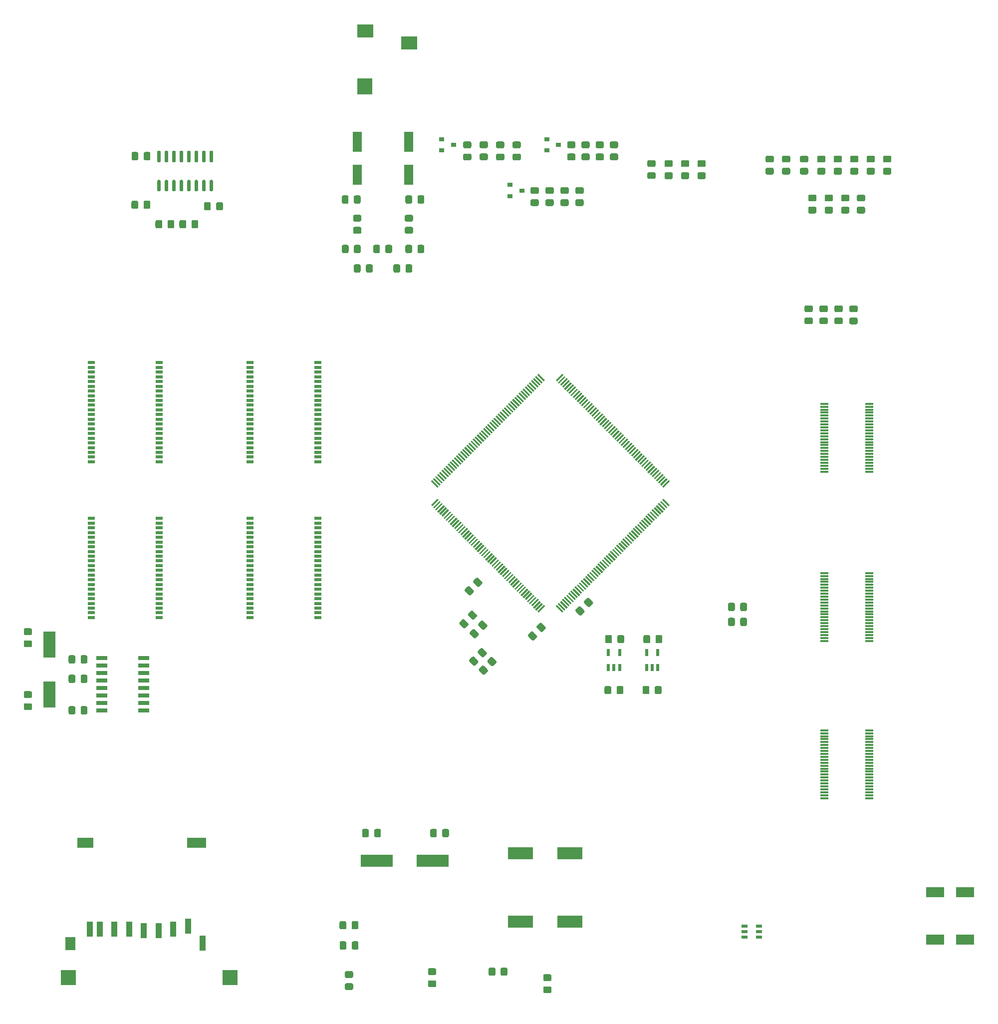
<source format=gbr>
%TF.GenerationSoftware,KiCad,Pcbnew,(5.1.6)-1*%
%TF.CreationDate,2023-05-03T11:12:57-04:00*%
%TF.ProjectId,MigStorm-ITX,4d696753-746f-4726-9d2d-4954582e6b69,rev?*%
%TF.SameCoordinates,Original*%
%TF.FileFunction,Paste,Top*%
%TF.FilePolarity,Positive*%
%FSLAX46Y46*%
G04 Gerber Fmt 4.6, Leading zero omitted, Abs format (unit mm)*
G04 Created by KiCad (PCBNEW (5.1.6)-1) date 2023-05-03 11:12:57*
%MOMM*%
%LPD*%
G01*
G04 APERTURE LIST*
%ADD10R,1.600000X3.500000*%
%ADD11R,0.900000X0.800000*%
%ADD12R,1.825000X0.700000*%
%ADD13R,0.600000X1.200000*%
%ADD14R,1.475000X0.300000*%
%ADD15R,1.100000X2.500000*%
%ADD16R,1.700000X2.300000*%
%ADD17R,2.800000X1.700000*%
%ADD18R,3.300000X1.700000*%
%ADD19R,2.500000X2.600000*%
%ADD20R,2.800000X2.200000*%
%ADD21R,2.600000X2.800000*%
%ADD22C,0.100000*%
%ADD23R,1.295000X0.600000*%
%ADD24R,5.500000X2.000000*%
%ADD25R,2.000000X4.500000*%
%ADD26R,4.250000X2.050000*%
%ADD27R,3.150000X1.800000*%
%ADD28R,1.050000X0.550000*%
G04 APERTURE END LIST*
%TO.C,C1*%
G36*
G01*
X240725000Y-171519001D02*
X240725000Y-170618999D01*
G75*
G02*
X240974999Y-170369000I249999J0D01*
G01*
X241625001Y-170369000D01*
G75*
G02*
X241875000Y-170618999I0J-249999D01*
G01*
X241875000Y-171519001D01*
G75*
G02*
X241625001Y-171769000I-249999J0D01*
G01*
X240974999Y-171769000D01*
G75*
G02*
X240725000Y-171519001I0J249999D01*
G01*
G37*
G36*
G01*
X238675000Y-171519001D02*
X238675000Y-170618999D01*
G75*
G02*
X238924999Y-170369000I249999J0D01*
G01*
X239575001Y-170369000D01*
G75*
G02*
X239825000Y-170618999I0J-249999D01*
G01*
X239825000Y-171519001D01*
G75*
G02*
X239575001Y-171769000I-249999J0D01*
G01*
X238924999Y-171769000D01*
G75*
G02*
X238675000Y-171519001I0J249999D01*
G01*
G37*
%TD*%
%TO.C,C2*%
G36*
G01*
X234248000Y-171519001D02*
X234248000Y-170618999D01*
G75*
G02*
X234497999Y-170369000I249999J0D01*
G01*
X235148001Y-170369000D01*
G75*
G02*
X235398000Y-170618999I0J-249999D01*
G01*
X235398000Y-171519001D01*
G75*
G02*
X235148001Y-171769000I-249999J0D01*
G01*
X234497999Y-171769000D01*
G75*
G02*
X234248000Y-171519001I0J249999D01*
G01*
G37*
G36*
G01*
X232198000Y-171519001D02*
X232198000Y-170618999D01*
G75*
G02*
X232447999Y-170369000I249999J0D01*
G01*
X233098001Y-170369000D01*
G75*
G02*
X233348000Y-170618999I0J-249999D01*
G01*
X233348000Y-171519001D01*
G75*
G02*
X233098001Y-171769000I-249999J0D01*
G01*
X232447999Y-171769000D01*
G75*
G02*
X232198000Y-171519001I0J249999D01*
G01*
G37*
%TD*%
%TO.C,C4*%
G36*
G01*
X238802000Y-162883001D02*
X238802000Y-161982999D01*
G75*
G02*
X239051999Y-161733000I249999J0D01*
G01*
X239702001Y-161733000D01*
G75*
G02*
X239952000Y-161982999I0J-249999D01*
G01*
X239952000Y-162883001D01*
G75*
G02*
X239702001Y-163133000I-249999J0D01*
G01*
X239051999Y-163133000D01*
G75*
G02*
X238802000Y-162883001I0J249999D01*
G01*
G37*
G36*
G01*
X240852000Y-162883001D02*
X240852000Y-161982999D01*
G75*
G02*
X241101999Y-161733000I249999J0D01*
G01*
X241752001Y-161733000D01*
G75*
G02*
X242002000Y-161982999I0J-249999D01*
G01*
X242002000Y-162883001D01*
G75*
G02*
X241752001Y-163133000I-249999J0D01*
G01*
X241101999Y-163133000D01*
G75*
G02*
X240852000Y-162883001I0J249999D01*
G01*
G37*
%TD*%
%TO.C,C5*%
G36*
G01*
X232325000Y-162883001D02*
X232325000Y-161982999D01*
G75*
G02*
X232574999Y-161733000I249999J0D01*
G01*
X233225001Y-161733000D01*
G75*
G02*
X233475000Y-161982999I0J-249999D01*
G01*
X233475000Y-162883001D01*
G75*
G02*
X233225001Y-163133000I-249999J0D01*
G01*
X232574999Y-163133000D01*
G75*
G02*
X232325000Y-162883001I0J249999D01*
G01*
G37*
G36*
G01*
X234375000Y-162883001D02*
X234375000Y-161982999D01*
G75*
G02*
X234624999Y-161733000I249999J0D01*
G01*
X235275001Y-161733000D01*
G75*
G02*
X235525000Y-161982999I0J-249999D01*
G01*
X235525000Y-162883001D01*
G75*
G02*
X235275001Y-163133000I-249999J0D01*
G01*
X234624999Y-163133000D01*
G75*
G02*
X234375000Y-162883001I0J249999D01*
G01*
G37*
%TD*%
%TO.C,C8*%
G36*
G01*
X227951044Y-158384353D02*
X227314647Y-157747956D01*
G75*
G02*
X227314647Y-157394404I176776J176776D01*
G01*
X227774268Y-156934783D01*
G75*
G02*
X228127820Y-156934783I176776J-176776D01*
G01*
X228764217Y-157571180D01*
G75*
G02*
X228764217Y-157924732I-176776J-176776D01*
G01*
X228304596Y-158384353D01*
G75*
G02*
X227951044Y-158384353I-176776J176776D01*
G01*
G37*
G36*
G01*
X229400612Y-156934785D02*
X228764215Y-156298388D01*
G75*
G02*
X228764215Y-155944836I176776J176776D01*
G01*
X229223836Y-155485215D01*
G75*
G02*
X229577388Y-155485215I176776J-176776D01*
G01*
X230213785Y-156121612D01*
G75*
G02*
X230213785Y-156475164I-176776J-176776D01*
G01*
X229754164Y-156934785D01*
G75*
G02*
X229400612Y-156934785I-176776J176776D01*
G01*
G37*
%TD*%
%TO.C,C9*%
G36*
G01*
X221539172Y-159713431D02*
X222175569Y-160349828D01*
G75*
G02*
X222175569Y-160703380I-176776J-176776D01*
G01*
X221715948Y-161163001D01*
G75*
G02*
X221362396Y-161163001I-176776J176776D01*
G01*
X220725999Y-160526604D01*
G75*
G02*
X220725999Y-160173052I176776J176776D01*
G01*
X221185620Y-159713431D01*
G75*
G02*
X221539172Y-159713431I176776J-176776D01*
G01*
G37*
G36*
G01*
X220089604Y-161162999D02*
X220726001Y-161799396D01*
G75*
G02*
X220726001Y-162152948I-176776J-176776D01*
G01*
X220266380Y-162612569D01*
G75*
G02*
X219912828Y-162612569I-176776J176776D01*
G01*
X219276431Y-161976172D01*
G75*
G02*
X219276431Y-161622620I176776J176776D01*
G01*
X219736052Y-161162999D01*
G75*
G02*
X220089604Y-161162999I176776J-176776D01*
G01*
G37*
%TD*%
%TO.C,C33*%
G36*
G01*
X204657000Y-195776001D02*
X204657000Y-194875999D01*
G75*
G02*
X204906999Y-194626000I249999J0D01*
G01*
X205557001Y-194626000D01*
G75*
G02*
X205807000Y-194875999I0J-249999D01*
G01*
X205807000Y-195776001D01*
G75*
G02*
X205557001Y-196026000I-249999J0D01*
G01*
X204906999Y-196026000D01*
G75*
G02*
X204657000Y-195776001I0J249999D01*
G01*
G37*
G36*
G01*
X202607000Y-195776001D02*
X202607000Y-194875999D01*
G75*
G02*
X202856999Y-194626000I249999J0D01*
G01*
X203507001Y-194626000D01*
G75*
G02*
X203757000Y-194875999I0J-249999D01*
G01*
X203757000Y-195776001D01*
G75*
G02*
X203507001Y-196026000I-249999J0D01*
G01*
X202856999Y-196026000D01*
G75*
G02*
X202607000Y-195776001I0J249999D01*
G01*
G37*
%TD*%
%TO.C,C34*%
G36*
G01*
X191068000Y-195776001D02*
X191068000Y-194875999D01*
G75*
G02*
X191317999Y-194626000I249999J0D01*
G01*
X191968001Y-194626000D01*
G75*
G02*
X192218000Y-194875999I0J-249999D01*
G01*
X192218000Y-195776001D01*
G75*
G02*
X191968001Y-196026000I-249999J0D01*
G01*
X191317999Y-196026000D01*
G75*
G02*
X191068000Y-195776001I0J249999D01*
G01*
G37*
G36*
G01*
X193118000Y-195776001D02*
X193118000Y-194875999D01*
G75*
G02*
X193367999Y-194626000I249999J0D01*
G01*
X194018001Y-194626000D01*
G75*
G02*
X194268000Y-194875999I0J-249999D01*
G01*
X194268000Y-195776001D01*
G75*
G02*
X194018001Y-196026000I-249999J0D01*
G01*
X193367999Y-196026000D01*
G75*
G02*
X193118000Y-195776001I0J249999D01*
G01*
G37*
%TD*%
%TO.C,C36*%
G36*
G01*
X144466000Y-174047999D02*
X144466000Y-174948001D01*
G75*
G02*
X144216001Y-175198000I-249999J0D01*
G01*
X143565999Y-175198000D01*
G75*
G02*
X143316000Y-174948001I0J249999D01*
G01*
X143316000Y-174047999D01*
G75*
G02*
X143565999Y-173798000I249999J0D01*
G01*
X144216001Y-173798000D01*
G75*
G02*
X144466000Y-174047999I0J-249999D01*
G01*
G37*
G36*
G01*
X142416000Y-174047999D02*
X142416000Y-174948001D01*
G75*
G02*
X142166001Y-175198000I-249999J0D01*
G01*
X141515999Y-175198000D01*
G75*
G02*
X141266000Y-174948001I0J249999D01*
G01*
X141266000Y-174047999D01*
G75*
G02*
X141515999Y-173798000I249999J0D01*
G01*
X142166001Y-173798000D01*
G75*
G02*
X142416000Y-174047999I0J-249999D01*
G01*
G37*
%TD*%
%TO.C,C37*%
G36*
G01*
X133915999Y-171256000D02*
X134816001Y-171256000D01*
G75*
G02*
X135066000Y-171505999I0J-249999D01*
G01*
X135066000Y-172156001D01*
G75*
G02*
X134816001Y-172406000I-249999J0D01*
G01*
X133915999Y-172406000D01*
G75*
G02*
X133666000Y-172156001I0J249999D01*
G01*
X133666000Y-171505999D01*
G75*
G02*
X133915999Y-171256000I249999J0D01*
G01*
G37*
G36*
G01*
X133915999Y-173306000D02*
X134816001Y-173306000D01*
G75*
G02*
X135066000Y-173555999I0J-249999D01*
G01*
X135066000Y-174206001D01*
G75*
G02*
X134816001Y-174456000I-249999J0D01*
G01*
X133915999Y-174456000D01*
G75*
G02*
X133666000Y-174206001I0J249999D01*
G01*
X133666000Y-173555999D01*
G75*
G02*
X133915999Y-173306000I249999J0D01*
G01*
G37*
%TD*%
%TO.C,C39*%
G36*
G01*
X134816001Y-163788000D02*
X133915999Y-163788000D01*
G75*
G02*
X133666000Y-163538001I0J249999D01*
G01*
X133666000Y-162887999D01*
G75*
G02*
X133915999Y-162638000I249999J0D01*
G01*
X134816001Y-162638000D01*
G75*
G02*
X135066000Y-162887999I0J-249999D01*
G01*
X135066000Y-163538001D01*
G75*
G02*
X134816001Y-163788000I-249999J0D01*
G01*
G37*
G36*
G01*
X134816001Y-161738000D02*
X133915999Y-161738000D01*
G75*
G02*
X133666000Y-161488001I0J249999D01*
G01*
X133666000Y-160837999D01*
G75*
G02*
X133915999Y-160588000I249999J0D01*
G01*
X134816001Y-160588000D01*
G75*
G02*
X135066000Y-160837999I0J-249999D01*
G01*
X135066000Y-161488001D01*
G75*
G02*
X134816001Y-161738000I-249999J0D01*
G01*
G37*
%TD*%
%TO.C,C42*%
G36*
G01*
X156007000Y-92525001D02*
X156007000Y-91624999D01*
G75*
G02*
X156256999Y-91375000I249999J0D01*
G01*
X156907001Y-91375000D01*
G75*
G02*
X157157000Y-91624999I0J-249999D01*
G01*
X157157000Y-92525001D01*
G75*
G02*
X156907001Y-92775000I-249999J0D01*
G01*
X156256999Y-92775000D01*
G75*
G02*
X156007000Y-92525001I0J249999D01*
G01*
G37*
G36*
G01*
X158057000Y-92525001D02*
X158057000Y-91624999D01*
G75*
G02*
X158306999Y-91375000I249999J0D01*
G01*
X158957001Y-91375000D01*
G75*
G02*
X159207000Y-91624999I0J-249999D01*
G01*
X159207000Y-92525001D01*
G75*
G02*
X158957001Y-92775000I-249999J0D01*
G01*
X158306999Y-92775000D01*
G75*
G02*
X158057000Y-92525001I0J249999D01*
G01*
G37*
%TD*%
%TO.C,C43*%
G36*
G01*
X162121000Y-92525001D02*
X162121000Y-91624999D01*
G75*
G02*
X162370999Y-91375000I249999J0D01*
G01*
X163021001Y-91375000D01*
G75*
G02*
X163271000Y-91624999I0J-249999D01*
G01*
X163271000Y-92525001D01*
G75*
G02*
X163021001Y-92775000I-249999J0D01*
G01*
X162370999Y-92775000D01*
G75*
G02*
X162121000Y-92525001I0J249999D01*
G01*
G37*
G36*
G01*
X160071000Y-92525001D02*
X160071000Y-91624999D01*
G75*
G02*
X160320999Y-91375000I249999J0D01*
G01*
X160971001Y-91375000D01*
G75*
G02*
X161221000Y-91624999I0J-249999D01*
G01*
X161221000Y-92525001D01*
G75*
G02*
X160971001Y-92775000I-249999J0D01*
G01*
X160320999Y-92775000D01*
G75*
G02*
X160071000Y-92525001I0J249999D01*
G01*
G37*
%TD*%
%TO.C,C44*%
G36*
G01*
X153102000Y-80067999D02*
X153102000Y-80968001D01*
G75*
G02*
X152852001Y-81218000I-249999J0D01*
G01*
X152201999Y-81218000D01*
G75*
G02*
X151952000Y-80968001I0J249999D01*
G01*
X151952000Y-80067999D01*
G75*
G02*
X152201999Y-79818000I249999J0D01*
G01*
X152852001Y-79818000D01*
G75*
G02*
X153102000Y-80067999I0J-249999D01*
G01*
G37*
G36*
G01*
X155152000Y-80067999D02*
X155152000Y-80968001D01*
G75*
G02*
X154902001Y-81218000I-249999J0D01*
G01*
X154251999Y-81218000D01*
G75*
G02*
X154002000Y-80968001I0J249999D01*
G01*
X154002000Y-80067999D01*
G75*
G02*
X154251999Y-79818000I249999J0D01*
G01*
X154902001Y-79818000D01*
G75*
G02*
X155152000Y-80067999I0J-249999D01*
G01*
G37*
%TD*%
%TO.C,C45*%
G36*
G01*
X151934000Y-89223001D02*
X151934000Y-88322999D01*
G75*
G02*
X152183999Y-88073000I249999J0D01*
G01*
X152834001Y-88073000D01*
G75*
G02*
X153084000Y-88322999I0J-249999D01*
G01*
X153084000Y-89223001D01*
G75*
G02*
X152834001Y-89473000I-249999J0D01*
G01*
X152183999Y-89473000D01*
G75*
G02*
X151934000Y-89223001I0J249999D01*
G01*
G37*
G36*
G01*
X153984000Y-89223001D02*
X153984000Y-88322999D01*
G75*
G02*
X154233999Y-88073000I249999J0D01*
G01*
X154884001Y-88073000D01*
G75*
G02*
X155134000Y-88322999I0J-249999D01*
G01*
X155134000Y-89223001D01*
G75*
G02*
X154884001Y-89473000I-249999J0D01*
G01*
X154233999Y-89473000D01*
G75*
G02*
X153984000Y-89223001I0J249999D01*
G01*
G37*
%TD*%
%TO.C,C46*%
G36*
G01*
X190830000Y-95815999D02*
X190830000Y-96716001D01*
G75*
G02*
X190580001Y-96966000I-249999J0D01*
G01*
X189929999Y-96966000D01*
G75*
G02*
X189680000Y-96716001I0J249999D01*
G01*
X189680000Y-95815999D01*
G75*
G02*
X189929999Y-95566000I249999J0D01*
G01*
X190580001Y-95566000D01*
G75*
G02*
X190830000Y-95815999I0J-249999D01*
G01*
G37*
G36*
G01*
X188780000Y-95815999D02*
X188780000Y-96716001D01*
G75*
G02*
X188530001Y-96966000I-249999J0D01*
G01*
X187879999Y-96966000D01*
G75*
G02*
X187630000Y-96716001I0J249999D01*
G01*
X187630000Y-95815999D01*
G75*
G02*
X187879999Y-95566000I249999J0D01*
G01*
X188530001Y-95566000D01*
G75*
G02*
X188780000Y-95815999I0J-249999D01*
G01*
G37*
%TD*%
%TO.C,C47*%
G36*
G01*
X199566000Y-95815999D02*
X199566000Y-96716001D01*
G75*
G02*
X199316001Y-96966000I-249999J0D01*
G01*
X198665999Y-96966000D01*
G75*
G02*
X198416000Y-96716001I0J249999D01*
G01*
X198416000Y-95815999D01*
G75*
G02*
X198665999Y-95566000I249999J0D01*
G01*
X199316001Y-95566000D01*
G75*
G02*
X199566000Y-95815999I0J-249999D01*
G01*
G37*
G36*
G01*
X201616000Y-95815999D02*
X201616000Y-96716001D01*
G75*
G02*
X201366001Y-96966000I-249999J0D01*
G01*
X200715999Y-96966000D01*
G75*
G02*
X200466000Y-96716001I0J249999D01*
G01*
X200466000Y-95815999D01*
G75*
G02*
X200715999Y-95566000I249999J0D01*
G01*
X201366001Y-95566000D01*
G75*
G02*
X201616000Y-95815999I0J-249999D01*
G01*
G37*
%TD*%
%TO.C,C48*%
G36*
G01*
X165403000Y-88576999D02*
X165403000Y-89477001D01*
G75*
G02*
X165153001Y-89727000I-249999J0D01*
G01*
X164502999Y-89727000D01*
G75*
G02*
X164253000Y-89477001I0J249999D01*
G01*
X164253000Y-88576999D01*
G75*
G02*
X164502999Y-88327000I249999J0D01*
G01*
X165153001Y-88327000D01*
G75*
G02*
X165403000Y-88576999I0J-249999D01*
G01*
G37*
G36*
G01*
X167453000Y-88576999D02*
X167453000Y-89477001D01*
G75*
G02*
X167203001Y-89727000I-249999J0D01*
G01*
X166552999Y-89727000D01*
G75*
G02*
X166303000Y-89477001I0J249999D01*
G01*
X166303000Y-88576999D01*
G75*
G02*
X166552999Y-88327000I249999J0D01*
G01*
X167203001Y-88327000D01*
G75*
G02*
X167453000Y-88576999I0J-249999D01*
G01*
G37*
%TD*%
%TO.C,C49*%
G36*
G01*
X190821000Y-87433999D02*
X190821000Y-88334001D01*
G75*
G02*
X190571001Y-88584000I-249999J0D01*
G01*
X189920999Y-88584000D01*
G75*
G02*
X189671000Y-88334001I0J249999D01*
G01*
X189671000Y-87433999D01*
G75*
G02*
X189920999Y-87184000I249999J0D01*
G01*
X190571001Y-87184000D01*
G75*
G02*
X190821000Y-87433999I0J-249999D01*
G01*
G37*
G36*
G01*
X188771000Y-87433999D02*
X188771000Y-88334001D01*
G75*
G02*
X188521001Y-88584000I-249999J0D01*
G01*
X187870999Y-88584000D01*
G75*
G02*
X187621000Y-88334001I0J249999D01*
G01*
X187621000Y-87433999D01*
G75*
G02*
X187870999Y-87184000I249999J0D01*
G01*
X188521001Y-87184000D01*
G75*
G02*
X188771000Y-87433999I0J-249999D01*
G01*
G37*
%TD*%
%TO.C,C50*%
G36*
G01*
X199575000Y-87433999D02*
X199575000Y-88334001D01*
G75*
G02*
X199325001Y-88584000I-249999J0D01*
G01*
X198674999Y-88584000D01*
G75*
G02*
X198425000Y-88334001I0J249999D01*
G01*
X198425000Y-87433999D01*
G75*
G02*
X198674999Y-87184000I249999J0D01*
G01*
X199325001Y-87184000D01*
G75*
G02*
X199575000Y-87433999I0J-249999D01*
G01*
G37*
G36*
G01*
X201625000Y-87433999D02*
X201625000Y-88334001D01*
G75*
G02*
X201375001Y-88584000I-249999J0D01*
G01*
X200724999Y-88584000D01*
G75*
G02*
X200475000Y-88334001I0J249999D01*
G01*
X200475000Y-87433999D01*
G75*
G02*
X200724999Y-87184000I249999J0D01*
G01*
X201375001Y-87184000D01*
G75*
G02*
X201625000Y-87433999I0J-249999D01*
G01*
G37*
%TD*%
D10*
%TO.C,C51*%
X190246000Y-78105000D03*
X190246000Y-83705000D03*
%TD*%
%TO.C,C52*%
X199009000Y-83699000D03*
X199009000Y-78099000D03*
%TD*%
D11*
%TO.C,D2*%
X204597000Y-77663000D03*
X204597000Y-79563000D03*
X206597000Y-78613000D03*
%TD*%
%TO.C,D3*%
X218186000Y-86360000D03*
X216186000Y-87310000D03*
X216186000Y-85410000D03*
%TD*%
%TO.C,D4*%
X222393000Y-77663000D03*
X222393000Y-79563000D03*
X224393000Y-78613000D03*
%TD*%
D12*
%TO.C,IC1*%
X154057000Y-174498000D03*
X154057000Y-173228000D03*
X154057000Y-171958000D03*
X154057000Y-170688000D03*
X154057000Y-169418000D03*
X154057000Y-168148000D03*
X154057000Y-166878000D03*
X154057000Y-165608000D03*
X146933000Y-165608000D03*
X146933000Y-166878000D03*
X146933000Y-168148000D03*
X146933000Y-169418000D03*
X146933000Y-170688000D03*
X146933000Y-171958000D03*
X146933000Y-173228000D03*
X146933000Y-174498000D03*
%TD*%
D13*
%TO.C,IC2*%
X239334000Y-164739000D03*
X241234000Y-164739000D03*
X241234000Y-167239000D03*
X240284000Y-167239000D03*
X239334000Y-167239000D03*
%TD*%
%TO.C,IC3*%
X232857000Y-167239000D03*
X233807000Y-167239000D03*
X234757000Y-167239000D03*
X234757000Y-164739000D03*
X232857000Y-164739000D03*
%TD*%
D14*
%TO.C,IC4*%
X269516000Y-122520000D03*
X269516000Y-123020000D03*
X269516000Y-123520000D03*
X269516000Y-124020000D03*
X269516000Y-124520000D03*
X269516000Y-125020000D03*
X269516000Y-125520000D03*
X269516000Y-126020000D03*
X269516000Y-126520000D03*
X269516000Y-127020000D03*
X269516000Y-127520000D03*
X269516000Y-128020000D03*
X269516000Y-128520000D03*
X269516000Y-129020000D03*
X269516000Y-129520000D03*
X269516000Y-130020000D03*
X269516000Y-130520000D03*
X269516000Y-131020000D03*
X269516000Y-131520000D03*
X269516000Y-132020000D03*
X269516000Y-132520000D03*
X269516000Y-133020000D03*
X269516000Y-133520000D03*
X269516000Y-134020000D03*
X277092000Y-134020000D03*
X277092000Y-133520000D03*
X277092000Y-133020000D03*
X277092000Y-132520000D03*
X277092000Y-132020000D03*
X277092000Y-131520000D03*
X277092000Y-131020000D03*
X277092000Y-130520000D03*
X277092000Y-130020000D03*
X277092000Y-129520000D03*
X277092000Y-129020000D03*
X277092000Y-128520000D03*
X277092000Y-128020000D03*
X277092000Y-127520000D03*
X277092000Y-127020000D03*
X277092000Y-126520000D03*
X277092000Y-126020000D03*
X277092000Y-125520000D03*
X277092000Y-125020000D03*
X277092000Y-124520000D03*
X277092000Y-124020000D03*
X277092000Y-123520000D03*
X277092000Y-123020000D03*
X277092000Y-122520000D03*
%TD*%
%TO.C,IC5*%
X277092000Y-151222000D03*
X277092000Y-151722000D03*
X277092000Y-152222000D03*
X277092000Y-152722000D03*
X277092000Y-153222000D03*
X277092000Y-153722000D03*
X277092000Y-154222000D03*
X277092000Y-154722000D03*
X277092000Y-155222000D03*
X277092000Y-155722000D03*
X277092000Y-156222000D03*
X277092000Y-156722000D03*
X277092000Y-157222000D03*
X277092000Y-157722000D03*
X277092000Y-158222000D03*
X277092000Y-158722000D03*
X277092000Y-159222000D03*
X277092000Y-159722000D03*
X277092000Y-160222000D03*
X277092000Y-160722000D03*
X277092000Y-161222000D03*
X277092000Y-161722000D03*
X277092000Y-162222000D03*
X277092000Y-162722000D03*
X269516000Y-162722000D03*
X269516000Y-162222000D03*
X269516000Y-161722000D03*
X269516000Y-161222000D03*
X269516000Y-160722000D03*
X269516000Y-160222000D03*
X269516000Y-159722000D03*
X269516000Y-159222000D03*
X269516000Y-158722000D03*
X269516000Y-158222000D03*
X269516000Y-157722000D03*
X269516000Y-157222000D03*
X269516000Y-156722000D03*
X269516000Y-156222000D03*
X269516000Y-155722000D03*
X269516000Y-155222000D03*
X269516000Y-154722000D03*
X269516000Y-154222000D03*
X269516000Y-153722000D03*
X269516000Y-153222000D03*
X269516000Y-152722000D03*
X269516000Y-152222000D03*
X269516000Y-151722000D03*
X269516000Y-151222000D03*
%TD*%
%TO.C,IC6*%
X269516000Y-177892000D03*
X269516000Y-178392000D03*
X269516000Y-178892000D03*
X269516000Y-179392000D03*
X269516000Y-179892000D03*
X269516000Y-180392000D03*
X269516000Y-180892000D03*
X269516000Y-181392000D03*
X269516000Y-181892000D03*
X269516000Y-182392000D03*
X269516000Y-182892000D03*
X269516000Y-183392000D03*
X269516000Y-183892000D03*
X269516000Y-184392000D03*
X269516000Y-184892000D03*
X269516000Y-185392000D03*
X269516000Y-185892000D03*
X269516000Y-186392000D03*
X269516000Y-186892000D03*
X269516000Y-187392000D03*
X269516000Y-187892000D03*
X269516000Y-188392000D03*
X269516000Y-188892000D03*
X269516000Y-189392000D03*
X277092000Y-189392000D03*
X277092000Y-188892000D03*
X277092000Y-188392000D03*
X277092000Y-187892000D03*
X277092000Y-187392000D03*
X277092000Y-186892000D03*
X277092000Y-186392000D03*
X277092000Y-185892000D03*
X277092000Y-185392000D03*
X277092000Y-184892000D03*
X277092000Y-184392000D03*
X277092000Y-183892000D03*
X277092000Y-183392000D03*
X277092000Y-182892000D03*
X277092000Y-182392000D03*
X277092000Y-181892000D03*
X277092000Y-181392000D03*
X277092000Y-180892000D03*
X277092000Y-180392000D03*
X277092000Y-179892000D03*
X277092000Y-179392000D03*
X277092000Y-178892000D03*
X277092000Y-178392000D03*
X277092000Y-177892000D03*
%TD*%
D15*
%TO.C,J11*%
X161531000Y-211103000D03*
X159031000Y-211603000D03*
X156531000Y-211903000D03*
X154031000Y-211903000D03*
X151531000Y-211603000D03*
X149031000Y-211603000D03*
X146531000Y-211603000D03*
X144906000Y-211603000D03*
X164031000Y-214003000D03*
D16*
X141531000Y-214103000D03*
D17*
X144106000Y-197003000D03*
D18*
X163006000Y-197003000D03*
D19*
X168656000Y-219823000D03*
X141256000Y-219823000D03*
%TD*%
D20*
%TO.C,J15*%
X191626000Y-59296000D03*
D21*
X191526000Y-68696000D03*
D20*
X199026000Y-61296000D03*
%TD*%
%TO.C,R1*%
G36*
G01*
X256371000Y-156521999D02*
X256371000Y-157422001D01*
G75*
G02*
X256121001Y-157672000I-249999J0D01*
G01*
X255470999Y-157672000D01*
G75*
G02*
X255221000Y-157422001I0J249999D01*
G01*
X255221000Y-156521999D01*
G75*
G02*
X255470999Y-156272000I249999J0D01*
G01*
X256121001Y-156272000D01*
G75*
G02*
X256371000Y-156521999I0J-249999D01*
G01*
G37*
G36*
G01*
X254321000Y-156521999D02*
X254321000Y-157422001D01*
G75*
G02*
X254071001Y-157672000I-249999J0D01*
G01*
X253420999Y-157672000D01*
G75*
G02*
X253171000Y-157422001I0J249999D01*
G01*
X253171000Y-156521999D01*
G75*
G02*
X253420999Y-156272000I249999J0D01*
G01*
X254071001Y-156272000D01*
G75*
G02*
X254321000Y-156521999I0J-249999D01*
G01*
G37*
%TD*%
%TO.C,R2*%
G36*
G01*
X254321000Y-159061999D02*
X254321000Y-159962001D01*
G75*
G02*
X254071001Y-160212000I-249999J0D01*
G01*
X253420999Y-160212000D01*
G75*
G02*
X253171000Y-159962001I0J249999D01*
G01*
X253171000Y-159061999D01*
G75*
G02*
X253420999Y-158812000I249999J0D01*
G01*
X254071001Y-158812000D01*
G75*
G02*
X254321000Y-159061999I0J-249999D01*
G01*
G37*
G36*
G01*
X256371000Y-159061999D02*
X256371000Y-159962001D01*
G75*
G02*
X256121001Y-160212000I-249999J0D01*
G01*
X255470999Y-160212000D01*
G75*
G02*
X255221000Y-159962001I0J249999D01*
G01*
X255221000Y-159061999D01*
G75*
G02*
X255470999Y-158812000I249999J0D01*
G01*
X256121001Y-158812000D01*
G75*
G02*
X256371000Y-159061999I0J-249999D01*
G01*
G37*
%TD*%
%TO.C,R3*%
G36*
G01*
X266376999Y-107883000D02*
X267277001Y-107883000D01*
G75*
G02*
X267527000Y-108132999I0J-249999D01*
G01*
X267527000Y-108783001D01*
G75*
G02*
X267277001Y-109033000I-249999J0D01*
G01*
X266376999Y-109033000D01*
G75*
G02*
X266127000Y-108783001I0J249999D01*
G01*
X266127000Y-108132999D01*
G75*
G02*
X266376999Y-107883000I249999J0D01*
G01*
G37*
G36*
G01*
X266376999Y-105833000D02*
X267277001Y-105833000D01*
G75*
G02*
X267527000Y-106082999I0J-249999D01*
G01*
X267527000Y-106733001D01*
G75*
G02*
X267277001Y-106983000I-249999J0D01*
G01*
X266376999Y-106983000D01*
G75*
G02*
X266127000Y-106733001I0J249999D01*
G01*
X266127000Y-106082999D01*
G75*
G02*
X266376999Y-105833000I249999J0D01*
G01*
G37*
%TD*%
%TO.C,R4*%
G36*
G01*
X268916999Y-107883000D02*
X269817001Y-107883000D01*
G75*
G02*
X270067000Y-108132999I0J-249999D01*
G01*
X270067000Y-108783001D01*
G75*
G02*
X269817001Y-109033000I-249999J0D01*
G01*
X268916999Y-109033000D01*
G75*
G02*
X268667000Y-108783001I0J249999D01*
G01*
X268667000Y-108132999D01*
G75*
G02*
X268916999Y-107883000I249999J0D01*
G01*
G37*
G36*
G01*
X268916999Y-105833000D02*
X269817001Y-105833000D01*
G75*
G02*
X270067000Y-106082999I0J-249999D01*
G01*
X270067000Y-106733001D01*
G75*
G02*
X269817001Y-106983000I-249999J0D01*
G01*
X268916999Y-106983000D01*
G75*
G02*
X268667000Y-106733001I0J249999D01*
G01*
X268667000Y-106082999D01*
G75*
G02*
X268916999Y-105833000I249999J0D01*
G01*
G37*
%TD*%
%TO.C,R5*%
G36*
G01*
X271456999Y-105833000D02*
X272357001Y-105833000D01*
G75*
G02*
X272607000Y-106082999I0J-249999D01*
G01*
X272607000Y-106733001D01*
G75*
G02*
X272357001Y-106983000I-249999J0D01*
G01*
X271456999Y-106983000D01*
G75*
G02*
X271207000Y-106733001I0J249999D01*
G01*
X271207000Y-106082999D01*
G75*
G02*
X271456999Y-105833000I249999J0D01*
G01*
G37*
G36*
G01*
X271456999Y-107883000D02*
X272357001Y-107883000D01*
G75*
G02*
X272607000Y-108132999I0J-249999D01*
G01*
X272607000Y-108783001D01*
G75*
G02*
X272357001Y-109033000I-249999J0D01*
G01*
X271456999Y-109033000D01*
G75*
G02*
X271207000Y-108783001I0J249999D01*
G01*
X271207000Y-108132999D01*
G75*
G02*
X271456999Y-107883000I249999J0D01*
G01*
G37*
%TD*%
%TO.C,R6*%
G36*
G01*
X273996999Y-107901000D02*
X274897001Y-107901000D01*
G75*
G02*
X275147000Y-108150999I0J-249999D01*
G01*
X275147000Y-108801001D01*
G75*
G02*
X274897001Y-109051000I-249999J0D01*
G01*
X273996999Y-109051000D01*
G75*
G02*
X273747000Y-108801001I0J249999D01*
G01*
X273747000Y-108150999D01*
G75*
G02*
X273996999Y-107901000I249999J0D01*
G01*
G37*
G36*
G01*
X273996999Y-105851000D02*
X274897001Y-105851000D01*
G75*
G02*
X275147000Y-106100999I0J-249999D01*
G01*
X275147000Y-106751001D01*
G75*
G02*
X274897001Y-107001000I-249999J0D01*
G01*
X273996999Y-107001000D01*
G75*
G02*
X273747000Y-106751001I0J249999D01*
G01*
X273747000Y-106100999D01*
G75*
G02*
X273996999Y-105851000I249999J0D01*
G01*
G37*
%TD*%
%TO.C,R8*%
G36*
G01*
X210604612Y-153505785D02*
X209968215Y-152869388D01*
G75*
G02*
X209968215Y-152515836I176776J176776D01*
G01*
X210427836Y-152056215D01*
G75*
G02*
X210781388Y-152056215I176776J-176776D01*
G01*
X211417785Y-152692612D01*
G75*
G02*
X211417785Y-153046164I-176776J-176776D01*
G01*
X210958164Y-153505785D01*
G75*
G02*
X210604612Y-153505785I-176776J176776D01*
G01*
G37*
G36*
G01*
X209155044Y-154955353D02*
X208518647Y-154318956D01*
G75*
G02*
X208518647Y-153965404I176776J176776D01*
G01*
X208978268Y-153505783D01*
G75*
G02*
X209331820Y-153505783I176776J-176776D01*
G01*
X209968217Y-154142180D01*
G75*
G02*
X209968217Y-154495732I-176776J-176776D01*
G01*
X209508596Y-154955353D01*
G75*
G02*
X209155044Y-154955353I-176776J176776D01*
G01*
G37*
%TD*%
%TO.C,R9*%
G36*
G01*
X213017612Y-166967785D02*
X212381215Y-166331388D01*
G75*
G02*
X212381215Y-165977836I176776J176776D01*
G01*
X212840836Y-165518215D01*
G75*
G02*
X213194388Y-165518215I176776J-176776D01*
G01*
X213830785Y-166154612D01*
G75*
G02*
X213830785Y-166508164I-176776J-176776D01*
G01*
X213371164Y-166967785D01*
G75*
G02*
X213017612Y-166967785I-176776J176776D01*
G01*
G37*
G36*
G01*
X211568044Y-168417353D02*
X210931647Y-167780956D01*
G75*
G02*
X210931647Y-167427404I176776J176776D01*
G01*
X211391268Y-166967783D01*
G75*
G02*
X211744820Y-166967783I176776J-176776D01*
G01*
X212381217Y-167604180D01*
G75*
G02*
X212381217Y-167957732I-176776J-176776D01*
G01*
X211921596Y-168417353D01*
G75*
G02*
X211568044Y-168417353I-176776J176776D01*
G01*
G37*
%TD*%
%TO.C,R10*%
G36*
G01*
X190458000Y-213925999D02*
X190458000Y-214826001D01*
G75*
G02*
X190208001Y-215076000I-249999J0D01*
G01*
X189557999Y-215076000D01*
G75*
G02*
X189308000Y-214826001I0J249999D01*
G01*
X189308000Y-213925999D01*
G75*
G02*
X189557999Y-213676000I249999J0D01*
G01*
X190208001Y-213676000D01*
G75*
G02*
X190458000Y-213925999I0J-249999D01*
G01*
G37*
G36*
G01*
X188408000Y-213925999D02*
X188408000Y-214826001D01*
G75*
G02*
X188158001Y-215076000I-249999J0D01*
G01*
X187507999Y-215076000D01*
G75*
G02*
X187258000Y-214826001I0J249999D01*
G01*
X187258000Y-213925999D01*
G75*
G02*
X187507999Y-213676000I249999J0D01*
G01*
X188158001Y-213676000D01*
G75*
G02*
X188408000Y-213925999I0J-249999D01*
G01*
G37*
%TD*%
%TO.C,R11*%
G36*
G01*
X222954001Y-220412000D02*
X222053999Y-220412000D01*
G75*
G02*
X221804000Y-220162001I0J249999D01*
G01*
X221804000Y-219511999D01*
G75*
G02*
X222053999Y-219262000I249999J0D01*
G01*
X222954001Y-219262000D01*
G75*
G02*
X223204000Y-219511999I0J-249999D01*
G01*
X223204000Y-220162001D01*
G75*
G02*
X222954001Y-220412000I-249999J0D01*
G01*
G37*
G36*
G01*
X222954001Y-222462000D02*
X222053999Y-222462000D01*
G75*
G02*
X221804000Y-222212001I0J249999D01*
G01*
X221804000Y-221561999D01*
G75*
G02*
X222053999Y-221312000I249999J0D01*
G01*
X222954001Y-221312000D01*
G75*
G02*
X223204000Y-221561999I0J-249999D01*
G01*
X223204000Y-222212001D01*
G75*
G02*
X222954001Y-222462000I-249999J0D01*
G01*
G37*
%TD*%
%TO.C,R14*%
G36*
G01*
X188390000Y-210496999D02*
X188390000Y-211397001D01*
G75*
G02*
X188140001Y-211647000I-249999J0D01*
G01*
X187489999Y-211647000D01*
G75*
G02*
X187240000Y-211397001I0J249999D01*
G01*
X187240000Y-210496999D01*
G75*
G02*
X187489999Y-210247000I249999J0D01*
G01*
X188140001Y-210247000D01*
G75*
G02*
X188390000Y-210496999I0J-249999D01*
G01*
G37*
G36*
G01*
X190440000Y-210496999D02*
X190440000Y-211397001D01*
G75*
G02*
X190190001Y-211647000I-249999J0D01*
G01*
X189539999Y-211647000D01*
G75*
G02*
X189290000Y-211397001I0J249999D01*
G01*
X189290000Y-210496999D01*
G75*
G02*
X189539999Y-210247000I249999J0D01*
G01*
X190190001Y-210247000D01*
G75*
G02*
X190440000Y-210496999I0J-249999D01*
G01*
G37*
%TD*%
%TO.C,R15*%
G36*
G01*
X215731000Y-218370999D02*
X215731000Y-219271001D01*
G75*
G02*
X215481001Y-219521000I-249999J0D01*
G01*
X214830999Y-219521000D01*
G75*
G02*
X214581000Y-219271001I0J249999D01*
G01*
X214581000Y-218370999D01*
G75*
G02*
X214830999Y-218121000I249999J0D01*
G01*
X215481001Y-218121000D01*
G75*
G02*
X215731000Y-218370999I0J-249999D01*
G01*
G37*
G36*
G01*
X213681000Y-218370999D02*
X213681000Y-219271001D01*
G75*
G02*
X213431001Y-219521000I-249999J0D01*
G01*
X212780999Y-219521000D01*
G75*
G02*
X212531000Y-219271001I0J249999D01*
G01*
X212531000Y-218370999D01*
G75*
G02*
X212780999Y-218121000I249999J0D01*
G01*
X213431001Y-218121000D01*
G75*
G02*
X213681000Y-218370999I0J-249999D01*
G01*
G37*
%TD*%
%TO.C,R16*%
G36*
G01*
X144466000Y-168713999D02*
X144466000Y-169614001D01*
G75*
G02*
X144216001Y-169864000I-249999J0D01*
G01*
X143565999Y-169864000D01*
G75*
G02*
X143316000Y-169614001I0J249999D01*
G01*
X143316000Y-168713999D01*
G75*
G02*
X143565999Y-168464000I249999J0D01*
G01*
X144216001Y-168464000D01*
G75*
G02*
X144466000Y-168713999I0J-249999D01*
G01*
G37*
G36*
G01*
X142416000Y-168713999D02*
X142416000Y-169614001D01*
G75*
G02*
X142166001Y-169864000I-249999J0D01*
G01*
X141515999Y-169864000D01*
G75*
G02*
X141266000Y-169614001I0J249999D01*
G01*
X141266000Y-168713999D01*
G75*
G02*
X141515999Y-168464000I249999J0D01*
G01*
X142166001Y-168464000D01*
G75*
G02*
X142416000Y-168713999I0J-249999D01*
G01*
G37*
%TD*%
%TO.C,R17*%
G36*
G01*
X143316000Y-166312001D02*
X143316000Y-165411999D01*
G75*
G02*
X143565999Y-165162000I249999J0D01*
G01*
X144216001Y-165162000D01*
G75*
G02*
X144466000Y-165411999I0J-249999D01*
G01*
X144466000Y-166312001D01*
G75*
G02*
X144216001Y-166562000I-249999J0D01*
G01*
X143565999Y-166562000D01*
G75*
G02*
X143316000Y-166312001I0J249999D01*
G01*
G37*
G36*
G01*
X141266000Y-166312001D02*
X141266000Y-165411999D01*
G75*
G02*
X141515999Y-165162000I249999J0D01*
G01*
X142166001Y-165162000D01*
G75*
G02*
X142416000Y-165411999I0J-249999D01*
G01*
X142416000Y-166312001D01*
G75*
G02*
X142166001Y-166562000I-249999J0D01*
G01*
X141515999Y-166562000D01*
G75*
G02*
X141266000Y-166312001I0J249999D01*
G01*
G37*
%TD*%
%TO.C,R19*%
G36*
G01*
X211633172Y-159332431D02*
X212269569Y-159968828D01*
G75*
G02*
X212269569Y-160322380I-176776J-176776D01*
G01*
X211809948Y-160782001D01*
G75*
G02*
X211456396Y-160782001I-176776J176776D01*
G01*
X210819999Y-160145604D01*
G75*
G02*
X210819999Y-159792052I176776J176776D01*
G01*
X211279620Y-159332431D01*
G75*
G02*
X211633172Y-159332431I176776J-176776D01*
G01*
G37*
G36*
G01*
X210183604Y-160781999D02*
X210820001Y-161418396D01*
G75*
G02*
X210820001Y-161771948I-176776J-176776D01*
G01*
X210360380Y-162231569D01*
G75*
G02*
X210006828Y-162231569I-176776J176776D01*
G01*
X209370431Y-161595172D01*
G75*
G02*
X209370431Y-161241620I176776J176776D01*
G01*
X209830052Y-160781999D01*
G75*
G02*
X210183604Y-160781999I176776J-176776D01*
G01*
G37*
%TD*%
%TO.C,R20*%
G36*
G01*
X188398999Y-220786000D02*
X189299001Y-220786000D01*
G75*
G02*
X189549000Y-221035999I0J-249999D01*
G01*
X189549000Y-221686001D01*
G75*
G02*
X189299001Y-221936000I-249999J0D01*
G01*
X188398999Y-221936000D01*
G75*
G02*
X188149000Y-221686001I0J249999D01*
G01*
X188149000Y-221035999D01*
G75*
G02*
X188398999Y-220786000I249999J0D01*
G01*
G37*
G36*
G01*
X188398999Y-218736000D02*
X189299001Y-218736000D01*
G75*
G02*
X189549000Y-218985999I0J-249999D01*
G01*
X189549000Y-219636001D01*
G75*
G02*
X189299001Y-219886000I-249999J0D01*
G01*
X188398999Y-219886000D01*
G75*
G02*
X188149000Y-219636001I0J249999D01*
G01*
X188149000Y-218985999D01*
G75*
G02*
X188398999Y-218736000I249999J0D01*
G01*
G37*
%TD*%
%TO.C,R21*%
G36*
G01*
X239706999Y-81195000D02*
X240607001Y-81195000D01*
G75*
G02*
X240857000Y-81444999I0J-249999D01*
G01*
X240857000Y-82095001D01*
G75*
G02*
X240607001Y-82345000I-249999J0D01*
G01*
X239706999Y-82345000D01*
G75*
G02*
X239457000Y-82095001I0J249999D01*
G01*
X239457000Y-81444999D01*
G75*
G02*
X239706999Y-81195000I249999J0D01*
G01*
G37*
G36*
G01*
X239706999Y-83245000D02*
X240607001Y-83245000D01*
G75*
G02*
X240857000Y-83494999I0J-249999D01*
G01*
X240857000Y-84145001D01*
G75*
G02*
X240607001Y-84395000I-249999J0D01*
G01*
X239706999Y-84395000D01*
G75*
G02*
X239457000Y-84145001I0J249999D01*
G01*
X239457000Y-83494999D01*
G75*
G02*
X239706999Y-83245000I249999J0D01*
G01*
G37*
%TD*%
%TO.C,R22*%
G36*
G01*
X242627999Y-81213000D02*
X243528001Y-81213000D01*
G75*
G02*
X243778000Y-81462999I0J-249999D01*
G01*
X243778000Y-82113001D01*
G75*
G02*
X243528001Y-82363000I-249999J0D01*
G01*
X242627999Y-82363000D01*
G75*
G02*
X242378000Y-82113001I0J249999D01*
G01*
X242378000Y-81462999D01*
G75*
G02*
X242627999Y-81213000I249999J0D01*
G01*
G37*
G36*
G01*
X242627999Y-83263000D02*
X243528001Y-83263000D01*
G75*
G02*
X243778000Y-83512999I0J-249999D01*
G01*
X243778000Y-84163001D01*
G75*
G02*
X243528001Y-84413000I-249999J0D01*
G01*
X242627999Y-84413000D01*
G75*
G02*
X242378000Y-84163001I0J249999D01*
G01*
X242378000Y-83512999D01*
G75*
G02*
X242627999Y-83263000I249999J0D01*
G01*
G37*
%TD*%
%TO.C,R23*%
G36*
G01*
X245421999Y-81213000D02*
X246322001Y-81213000D01*
G75*
G02*
X246572000Y-81462999I0J-249999D01*
G01*
X246572000Y-82113001D01*
G75*
G02*
X246322001Y-82363000I-249999J0D01*
G01*
X245421999Y-82363000D01*
G75*
G02*
X245172000Y-82113001I0J249999D01*
G01*
X245172000Y-81462999D01*
G75*
G02*
X245421999Y-81213000I249999J0D01*
G01*
G37*
G36*
G01*
X245421999Y-83263000D02*
X246322001Y-83263000D01*
G75*
G02*
X246572000Y-83512999I0J-249999D01*
G01*
X246572000Y-84163001D01*
G75*
G02*
X246322001Y-84413000I-249999J0D01*
G01*
X245421999Y-84413000D01*
G75*
G02*
X245172000Y-84163001I0J249999D01*
G01*
X245172000Y-83512999D01*
G75*
G02*
X245421999Y-83263000I249999J0D01*
G01*
G37*
%TD*%
%TO.C,R25*%
G36*
G01*
X209892388Y-157644215D02*
X210528785Y-158280612D01*
G75*
G02*
X210528785Y-158634164I-176776J-176776D01*
G01*
X210069164Y-159093785D01*
G75*
G02*
X209715612Y-159093785I-176776J176776D01*
G01*
X209079215Y-158457388D01*
G75*
G02*
X209079215Y-158103836I176776J176776D01*
G01*
X209538836Y-157644215D01*
G75*
G02*
X209892388Y-157644215I176776J-176776D01*
G01*
G37*
G36*
G01*
X208442820Y-159093783D02*
X209079217Y-159730180D01*
G75*
G02*
X209079217Y-160083732I-176776J-176776D01*
G01*
X208619596Y-160543353D01*
G75*
G02*
X208266044Y-160543353I-176776J176776D01*
G01*
X207629647Y-159906956D01*
G75*
G02*
X207629647Y-159553404I176776J176776D01*
G01*
X208089268Y-159093783D01*
G75*
G02*
X208442820Y-159093783I176776J-176776D01*
G01*
G37*
%TD*%
%TO.C,R26*%
G36*
G01*
X210093820Y-165443783D02*
X210730217Y-166080180D01*
G75*
G02*
X210730217Y-166433732I-176776J-176776D01*
G01*
X210270596Y-166893353D01*
G75*
G02*
X209917044Y-166893353I-176776J176776D01*
G01*
X209280647Y-166256956D01*
G75*
G02*
X209280647Y-165903404I176776J176776D01*
G01*
X209740268Y-165443783D01*
G75*
G02*
X210093820Y-165443783I176776J-176776D01*
G01*
G37*
G36*
G01*
X211543388Y-163994215D02*
X212179785Y-164630612D01*
G75*
G02*
X212179785Y-164984164I-176776J-176776D01*
G01*
X211720164Y-165443785D01*
G75*
G02*
X211366612Y-165443785I-176776J176776D01*
G01*
X210730215Y-164807388D01*
G75*
G02*
X210730215Y-164453836I176776J176776D01*
G01*
X211189836Y-163994215D01*
G75*
G02*
X211543388Y-163994215I176776J-176776D01*
G01*
G37*
%TD*%
%TO.C,R27*%
G36*
G01*
X202495999Y-218246000D02*
X203396001Y-218246000D01*
G75*
G02*
X203646000Y-218495999I0J-249999D01*
G01*
X203646000Y-219146001D01*
G75*
G02*
X203396001Y-219396000I-249999J0D01*
G01*
X202495999Y-219396000D01*
G75*
G02*
X202246000Y-219146001I0J249999D01*
G01*
X202246000Y-218495999D01*
G75*
G02*
X202495999Y-218246000I249999J0D01*
G01*
G37*
G36*
G01*
X202495999Y-220296000D02*
X203396001Y-220296000D01*
G75*
G02*
X203646000Y-220545999I0J-249999D01*
G01*
X203646000Y-221196001D01*
G75*
G02*
X203396001Y-221446000I-249999J0D01*
G01*
X202495999Y-221446000D01*
G75*
G02*
X202246000Y-221196001I0J249999D01*
G01*
X202246000Y-220545999D01*
G75*
G02*
X202495999Y-220296000I249999J0D01*
G01*
G37*
%TD*%
%TO.C,R28*%
G36*
G01*
X249116001Y-84413000D02*
X248215999Y-84413000D01*
G75*
G02*
X247966000Y-84163001I0J249999D01*
G01*
X247966000Y-83512999D01*
G75*
G02*
X248215999Y-83263000I249999J0D01*
G01*
X249116001Y-83263000D01*
G75*
G02*
X249366000Y-83512999I0J-249999D01*
G01*
X249366000Y-84163001D01*
G75*
G02*
X249116001Y-84413000I-249999J0D01*
G01*
G37*
G36*
G01*
X249116001Y-82363000D02*
X248215999Y-82363000D01*
G75*
G02*
X247966000Y-82113001I0J249999D01*
G01*
X247966000Y-81462999D01*
G75*
G02*
X248215999Y-81213000I249999J0D01*
G01*
X249116001Y-81213000D01*
G75*
G02*
X249366000Y-81462999I0J-249999D01*
G01*
X249366000Y-82113001D01*
G75*
G02*
X249116001Y-82363000I-249999J0D01*
G01*
G37*
%TD*%
%TO.C,R34*%
G36*
G01*
X279711999Y-80451000D02*
X280612001Y-80451000D01*
G75*
G02*
X280862000Y-80700999I0J-249999D01*
G01*
X280862000Y-81351001D01*
G75*
G02*
X280612001Y-81601000I-249999J0D01*
G01*
X279711999Y-81601000D01*
G75*
G02*
X279462000Y-81351001I0J249999D01*
G01*
X279462000Y-80700999D01*
G75*
G02*
X279711999Y-80451000I249999J0D01*
G01*
G37*
G36*
G01*
X279711999Y-82501000D02*
X280612001Y-82501000D01*
G75*
G02*
X280862000Y-82750999I0J-249999D01*
G01*
X280862000Y-83401001D01*
G75*
G02*
X280612001Y-83651000I-249999J0D01*
G01*
X279711999Y-83651000D01*
G75*
G02*
X279462000Y-83401001I0J249999D01*
G01*
X279462000Y-82750999D01*
G75*
G02*
X279711999Y-82501000I249999J0D01*
G01*
G37*
%TD*%
%TO.C,R35*%
G36*
G01*
X259772999Y-80451000D02*
X260673001Y-80451000D01*
G75*
G02*
X260923000Y-80700999I0J-249999D01*
G01*
X260923000Y-81351001D01*
G75*
G02*
X260673001Y-81601000I-249999J0D01*
G01*
X259772999Y-81601000D01*
G75*
G02*
X259523000Y-81351001I0J249999D01*
G01*
X259523000Y-80700999D01*
G75*
G02*
X259772999Y-80451000I249999J0D01*
G01*
G37*
G36*
G01*
X259772999Y-82501000D02*
X260673001Y-82501000D01*
G75*
G02*
X260923000Y-82750999I0J-249999D01*
G01*
X260923000Y-83401001D01*
G75*
G02*
X260673001Y-83651000I-249999J0D01*
G01*
X259772999Y-83651000D01*
G75*
G02*
X259523000Y-83401001I0J249999D01*
G01*
X259523000Y-82750999D01*
G75*
G02*
X259772999Y-82501000I249999J0D01*
G01*
G37*
%TD*%
%TO.C,R36*%
G36*
G01*
X268535999Y-82501000D02*
X269436001Y-82501000D01*
G75*
G02*
X269686000Y-82750999I0J-249999D01*
G01*
X269686000Y-83401001D01*
G75*
G02*
X269436001Y-83651000I-249999J0D01*
G01*
X268535999Y-83651000D01*
G75*
G02*
X268286000Y-83401001I0J249999D01*
G01*
X268286000Y-82750999D01*
G75*
G02*
X268535999Y-82501000I249999J0D01*
G01*
G37*
G36*
G01*
X268535999Y-80451000D02*
X269436001Y-80451000D01*
G75*
G02*
X269686000Y-80700999I0J-249999D01*
G01*
X269686000Y-81351001D01*
G75*
G02*
X269436001Y-81601000I-249999J0D01*
G01*
X268535999Y-81601000D01*
G75*
G02*
X268286000Y-81351001I0J249999D01*
G01*
X268286000Y-80700999D01*
G75*
G02*
X268535999Y-80451000I249999J0D01*
G01*
G37*
%TD*%
%TO.C,R37*%
G36*
G01*
X265614999Y-80451000D02*
X266515001Y-80451000D01*
G75*
G02*
X266765000Y-80700999I0J-249999D01*
G01*
X266765000Y-81351001D01*
G75*
G02*
X266515001Y-81601000I-249999J0D01*
G01*
X265614999Y-81601000D01*
G75*
G02*
X265365000Y-81351001I0J249999D01*
G01*
X265365000Y-80700999D01*
G75*
G02*
X265614999Y-80451000I249999J0D01*
G01*
G37*
G36*
G01*
X265614999Y-82501000D02*
X266515001Y-82501000D01*
G75*
G02*
X266765000Y-82750999I0J-249999D01*
G01*
X266765000Y-83401001D01*
G75*
G02*
X266515001Y-83651000I-249999J0D01*
G01*
X265614999Y-83651000D01*
G75*
G02*
X265365000Y-83401001I0J249999D01*
G01*
X265365000Y-82750999D01*
G75*
G02*
X265614999Y-82501000I249999J0D01*
G01*
G37*
%TD*%
%TO.C,R38*%
G36*
G01*
X191721000Y-100018001D02*
X191721000Y-99117999D01*
G75*
G02*
X191970999Y-98868000I249999J0D01*
G01*
X192621001Y-98868000D01*
G75*
G02*
X192871000Y-99117999I0J-249999D01*
G01*
X192871000Y-100018001D01*
G75*
G02*
X192621001Y-100268000I-249999J0D01*
G01*
X191970999Y-100268000D01*
G75*
G02*
X191721000Y-100018001I0J249999D01*
G01*
G37*
G36*
G01*
X189671000Y-100018001D02*
X189671000Y-99117999D01*
G75*
G02*
X189920999Y-98868000I249999J0D01*
G01*
X190571001Y-98868000D01*
G75*
G02*
X190821000Y-99117999I0J-249999D01*
G01*
X190821000Y-100018001D01*
G75*
G02*
X190571001Y-100268000I-249999J0D01*
G01*
X189920999Y-100268000D01*
G75*
G02*
X189671000Y-100018001I0J249999D01*
G01*
G37*
%TD*%
%TO.C,R39*%
G36*
G01*
X199584000Y-99117999D02*
X199584000Y-100018001D01*
G75*
G02*
X199334001Y-100268000I-249999J0D01*
G01*
X198683999Y-100268000D01*
G75*
G02*
X198434000Y-100018001I0J249999D01*
G01*
X198434000Y-99117999D01*
G75*
G02*
X198683999Y-98868000I249999J0D01*
G01*
X199334001Y-98868000D01*
G75*
G02*
X199584000Y-99117999I0J-249999D01*
G01*
G37*
G36*
G01*
X197534000Y-99117999D02*
X197534000Y-100018001D01*
G75*
G02*
X197284001Y-100268000I-249999J0D01*
G01*
X196633999Y-100268000D01*
G75*
G02*
X196384000Y-100018001I0J249999D01*
G01*
X196384000Y-99117999D01*
G75*
G02*
X196633999Y-98868000I249999J0D01*
G01*
X197284001Y-98868000D01*
G75*
G02*
X197534000Y-99117999I0J-249999D01*
G01*
G37*
%TD*%
%TO.C,R40*%
G36*
G01*
X192955000Y-96716001D02*
X192955000Y-95815999D01*
G75*
G02*
X193204999Y-95566000I249999J0D01*
G01*
X193855001Y-95566000D01*
G75*
G02*
X194105000Y-95815999I0J-249999D01*
G01*
X194105000Y-96716001D01*
G75*
G02*
X193855001Y-96966000I-249999J0D01*
G01*
X193204999Y-96966000D01*
G75*
G02*
X192955000Y-96716001I0J249999D01*
G01*
G37*
G36*
G01*
X195005000Y-96716001D02*
X195005000Y-95815999D01*
G75*
G02*
X195254999Y-95566000I249999J0D01*
G01*
X195905001Y-95566000D01*
G75*
G02*
X196155000Y-95815999I0J-249999D01*
G01*
X196155000Y-96716001D01*
G75*
G02*
X195905001Y-96966000I-249999J0D01*
G01*
X195254999Y-96966000D01*
G75*
G02*
X195005000Y-96716001I0J249999D01*
G01*
G37*
%TD*%
%TO.C,R41*%
G36*
G01*
X189795999Y-92525000D02*
X190696001Y-92525000D01*
G75*
G02*
X190946000Y-92774999I0J-249999D01*
G01*
X190946000Y-93425001D01*
G75*
G02*
X190696001Y-93675000I-249999J0D01*
G01*
X189795999Y-93675000D01*
G75*
G02*
X189546000Y-93425001I0J249999D01*
G01*
X189546000Y-92774999D01*
G75*
G02*
X189795999Y-92525000I249999J0D01*
G01*
G37*
G36*
G01*
X189795999Y-90475000D02*
X190696001Y-90475000D01*
G75*
G02*
X190946000Y-90724999I0J-249999D01*
G01*
X190946000Y-91375001D01*
G75*
G02*
X190696001Y-91625000I-249999J0D01*
G01*
X189795999Y-91625000D01*
G75*
G02*
X189546000Y-91375001I0J249999D01*
G01*
X189546000Y-90724999D01*
G75*
G02*
X189795999Y-90475000I249999J0D01*
G01*
G37*
%TD*%
%TO.C,R42*%
G36*
G01*
X198558999Y-90475000D02*
X199459001Y-90475000D01*
G75*
G02*
X199709000Y-90724999I0J-249999D01*
G01*
X199709000Y-91375001D01*
G75*
G02*
X199459001Y-91625000I-249999J0D01*
G01*
X198558999Y-91625000D01*
G75*
G02*
X198309000Y-91375001I0J249999D01*
G01*
X198309000Y-90724999D01*
G75*
G02*
X198558999Y-90475000I249999J0D01*
G01*
G37*
G36*
G01*
X198558999Y-92525000D02*
X199459001Y-92525000D01*
G75*
G02*
X199709000Y-92774999I0J-249999D01*
G01*
X199709000Y-93425001D01*
G75*
G02*
X199459001Y-93675000I-249999J0D01*
G01*
X198558999Y-93675000D01*
G75*
G02*
X198309000Y-93425001I0J249999D01*
G01*
X198309000Y-92774999D01*
G75*
G02*
X198558999Y-92525000I249999J0D01*
G01*
G37*
%TD*%
%TO.C,R43*%
G36*
G01*
X277818001Y-81601000D02*
X276917999Y-81601000D01*
G75*
G02*
X276668000Y-81351001I0J249999D01*
G01*
X276668000Y-80700999D01*
G75*
G02*
X276917999Y-80451000I249999J0D01*
G01*
X277818001Y-80451000D01*
G75*
G02*
X278068000Y-80700999I0J-249999D01*
G01*
X278068000Y-81351001D01*
G75*
G02*
X277818001Y-81601000I-249999J0D01*
G01*
G37*
G36*
G01*
X277818001Y-83651000D02*
X276917999Y-83651000D01*
G75*
G02*
X276668000Y-83401001I0J249999D01*
G01*
X276668000Y-82750999D01*
G75*
G02*
X276917999Y-82501000I249999J0D01*
G01*
X277818001Y-82501000D01*
G75*
G02*
X278068000Y-82750999I0J-249999D01*
G01*
X278068000Y-83401001D01*
G75*
G02*
X277818001Y-83651000I-249999J0D01*
G01*
G37*
%TD*%
%TO.C,R44*%
G36*
G01*
X275024001Y-83651000D02*
X274123999Y-83651000D01*
G75*
G02*
X273874000Y-83401001I0J249999D01*
G01*
X273874000Y-82750999D01*
G75*
G02*
X274123999Y-82501000I249999J0D01*
G01*
X275024001Y-82501000D01*
G75*
G02*
X275274000Y-82750999I0J-249999D01*
G01*
X275274000Y-83401001D01*
G75*
G02*
X275024001Y-83651000I-249999J0D01*
G01*
G37*
G36*
G01*
X275024001Y-81601000D02*
X274123999Y-81601000D01*
G75*
G02*
X273874000Y-81351001I0J249999D01*
G01*
X273874000Y-80700999D01*
G75*
G02*
X274123999Y-80451000I249999J0D01*
G01*
X275024001Y-80451000D01*
G75*
G02*
X275274000Y-80700999I0J-249999D01*
G01*
X275274000Y-81351001D01*
G75*
G02*
X275024001Y-81601000I-249999J0D01*
G01*
G37*
%TD*%
%TO.C,R45*%
G36*
G01*
X272230001Y-81601000D02*
X271329999Y-81601000D01*
G75*
G02*
X271080000Y-81351001I0J249999D01*
G01*
X271080000Y-80700999D01*
G75*
G02*
X271329999Y-80451000I249999J0D01*
G01*
X272230001Y-80451000D01*
G75*
G02*
X272480000Y-80700999I0J-249999D01*
G01*
X272480000Y-81351001D01*
G75*
G02*
X272230001Y-81601000I-249999J0D01*
G01*
G37*
G36*
G01*
X272230001Y-83651000D02*
X271329999Y-83651000D01*
G75*
G02*
X271080000Y-83401001I0J249999D01*
G01*
X271080000Y-82750999D01*
G75*
G02*
X271329999Y-82501000I249999J0D01*
G01*
X272230001Y-82501000D01*
G75*
G02*
X272480000Y-82750999I0J-249999D01*
G01*
X272480000Y-83401001D01*
G75*
G02*
X272230001Y-83651000I-249999J0D01*
G01*
G37*
%TD*%
%TO.C,R46*%
G36*
G01*
X263467001Y-83642000D02*
X262566999Y-83642000D01*
G75*
G02*
X262317000Y-83392001I0J249999D01*
G01*
X262317000Y-82741999D01*
G75*
G02*
X262566999Y-82492000I249999J0D01*
G01*
X263467001Y-82492000D01*
G75*
G02*
X263717000Y-82741999I0J-249999D01*
G01*
X263717000Y-83392001D01*
G75*
G02*
X263467001Y-83642000I-249999J0D01*
G01*
G37*
G36*
G01*
X263467001Y-81592000D02*
X262566999Y-81592000D01*
G75*
G02*
X262317000Y-81342001I0J249999D01*
G01*
X262317000Y-80691999D01*
G75*
G02*
X262566999Y-80442000I249999J0D01*
G01*
X263467001Y-80442000D01*
G75*
G02*
X263717000Y-80691999I0J-249999D01*
G01*
X263717000Y-81342001D01*
G75*
G02*
X263467001Y-81592000I-249999J0D01*
G01*
G37*
%TD*%
%TO.C,R47*%
G36*
G01*
X276167001Y-88205000D02*
X275266999Y-88205000D01*
G75*
G02*
X275017000Y-87955001I0J249999D01*
G01*
X275017000Y-87304999D01*
G75*
G02*
X275266999Y-87055000I249999J0D01*
G01*
X276167001Y-87055000D01*
G75*
G02*
X276417000Y-87304999I0J-249999D01*
G01*
X276417000Y-87955001D01*
G75*
G02*
X276167001Y-88205000I-249999J0D01*
G01*
G37*
G36*
G01*
X276167001Y-90255000D02*
X275266999Y-90255000D01*
G75*
G02*
X275017000Y-90005001I0J249999D01*
G01*
X275017000Y-89354999D01*
G75*
G02*
X275266999Y-89105000I249999J0D01*
G01*
X276167001Y-89105000D01*
G75*
G02*
X276417000Y-89354999I0J-249999D01*
G01*
X276417000Y-90005001D01*
G75*
G02*
X276167001Y-90255000I-249999J0D01*
G01*
G37*
%TD*%
%TO.C,R48*%
G36*
G01*
X273500001Y-90255000D02*
X272599999Y-90255000D01*
G75*
G02*
X272350000Y-90005001I0J249999D01*
G01*
X272350000Y-89354999D01*
G75*
G02*
X272599999Y-89105000I249999J0D01*
G01*
X273500001Y-89105000D01*
G75*
G02*
X273750000Y-89354999I0J-249999D01*
G01*
X273750000Y-90005001D01*
G75*
G02*
X273500001Y-90255000I-249999J0D01*
G01*
G37*
G36*
G01*
X273500001Y-88205000D02*
X272599999Y-88205000D01*
G75*
G02*
X272350000Y-87955001I0J249999D01*
G01*
X272350000Y-87304999D01*
G75*
G02*
X272599999Y-87055000I249999J0D01*
G01*
X273500001Y-87055000D01*
G75*
G02*
X273750000Y-87304999I0J-249999D01*
G01*
X273750000Y-87955001D01*
G75*
G02*
X273500001Y-88205000I-249999J0D01*
G01*
G37*
%TD*%
%TO.C,R49*%
G36*
G01*
X270706001Y-88205000D02*
X269805999Y-88205000D01*
G75*
G02*
X269556000Y-87955001I0J249999D01*
G01*
X269556000Y-87304999D01*
G75*
G02*
X269805999Y-87055000I249999J0D01*
G01*
X270706001Y-87055000D01*
G75*
G02*
X270956000Y-87304999I0J-249999D01*
G01*
X270956000Y-87955001D01*
G75*
G02*
X270706001Y-88205000I-249999J0D01*
G01*
G37*
G36*
G01*
X270706001Y-90255000D02*
X269805999Y-90255000D01*
G75*
G02*
X269556000Y-90005001I0J249999D01*
G01*
X269556000Y-89354999D01*
G75*
G02*
X269805999Y-89105000I249999J0D01*
G01*
X270706001Y-89105000D01*
G75*
G02*
X270956000Y-89354999I0J-249999D01*
G01*
X270956000Y-90005001D01*
G75*
G02*
X270706001Y-90255000I-249999J0D01*
G01*
G37*
%TD*%
%TO.C,R50*%
G36*
G01*
X267912001Y-90246000D02*
X267011999Y-90246000D01*
G75*
G02*
X266762000Y-89996001I0J249999D01*
G01*
X266762000Y-89345999D01*
G75*
G02*
X267011999Y-89096000I249999J0D01*
G01*
X267912001Y-89096000D01*
G75*
G02*
X268162000Y-89345999I0J-249999D01*
G01*
X268162000Y-89996001D01*
G75*
G02*
X267912001Y-90246000I-249999J0D01*
G01*
G37*
G36*
G01*
X267912001Y-88196000D02*
X267011999Y-88196000D01*
G75*
G02*
X266762000Y-87946001I0J249999D01*
G01*
X266762000Y-87295999D01*
G75*
G02*
X267011999Y-87046000I249999J0D01*
G01*
X267912001Y-87046000D01*
G75*
G02*
X268162000Y-87295999I0J-249999D01*
G01*
X268162000Y-87946001D01*
G75*
G02*
X267912001Y-88196000I-249999J0D01*
G01*
G37*
%TD*%
%TO.C,R51*%
G36*
G01*
X216846999Y-80088000D02*
X217747001Y-80088000D01*
G75*
G02*
X217997000Y-80337999I0J-249999D01*
G01*
X217997000Y-80988001D01*
G75*
G02*
X217747001Y-81238000I-249999J0D01*
G01*
X216846999Y-81238000D01*
G75*
G02*
X216597000Y-80988001I0J249999D01*
G01*
X216597000Y-80337999D01*
G75*
G02*
X216846999Y-80088000I249999J0D01*
G01*
G37*
G36*
G01*
X216846999Y-78038000D02*
X217747001Y-78038000D01*
G75*
G02*
X217997000Y-78287999I0J-249999D01*
G01*
X217997000Y-78938001D01*
G75*
G02*
X217747001Y-79188000I-249999J0D01*
G01*
X216846999Y-79188000D01*
G75*
G02*
X216597000Y-78938001I0J249999D01*
G01*
X216597000Y-78287999D01*
G75*
G02*
X216846999Y-78038000I249999J0D01*
G01*
G37*
%TD*%
%TO.C,R52*%
G36*
G01*
X214052999Y-78038000D02*
X214953001Y-78038000D01*
G75*
G02*
X215203000Y-78287999I0J-249999D01*
G01*
X215203000Y-78938001D01*
G75*
G02*
X214953001Y-79188000I-249999J0D01*
G01*
X214052999Y-79188000D01*
G75*
G02*
X213803000Y-78938001I0J249999D01*
G01*
X213803000Y-78287999D01*
G75*
G02*
X214052999Y-78038000I249999J0D01*
G01*
G37*
G36*
G01*
X214052999Y-80088000D02*
X214953001Y-80088000D01*
G75*
G02*
X215203000Y-80337999I0J-249999D01*
G01*
X215203000Y-80988001D01*
G75*
G02*
X214953001Y-81238000I-249999J0D01*
G01*
X214052999Y-81238000D01*
G75*
G02*
X213803000Y-80988001I0J249999D01*
G01*
X213803000Y-80337999D01*
G75*
G02*
X214052999Y-80088000I249999J0D01*
G01*
G37*
%TD*%
%TO.C,R53*%
G36*
G01*
X211258999Y-80070000D02*
X212159001Y-80070000D01*
G75*
G02*
X212409000Y-80319999I0J-249999D01*
G01*
X212409000Y-80970001D01*
G75*
G02*
X212159001Y-81220000I-249999J0D01*
G01*
X211258999Y-81220000D01*
G75*
G02*
X211009000Y-80970001I0J249999D01*
G01*
X211009000Y-80319999D01*
G75*
G02*
X211258999Y-80070000I249999J0D01*
G01*
G37*
G36*
G01*
X211258999Y-78020000D02*
X212159001Y-78020000D01*
G75*
G02*
X212409000Y-78269999I0J-249999D01*
G01*
X212409000Y-78920001D01*
G75*
G02*
X212159001Y-79170000I-249999J0D01*
G01*
X211258999Y-79170000D01*
G75*
G02*
X211009000Y-78920001I0J249999D01*
G01*
X211009000Y-78269999D01*
G75*
G02*
X211258999Y-78020000I249999J0D01*
G01*
G37*
%TD*%
%TO.C,R54*%
G36*
G01*
X208464999Y-78038000D02*
X209365001Y-78038000D01*
G75*
G02*
X209615000Y-78287999I0J-249999D01*
G01*
X209615000Y-78938001D01*
G75*
G02*
X209365001Y-79188000I-249999J0D01*
G01*
X208464999Y-79188000D01*
G75*
G02*
X208215000Y-78938001I0J249999D01*
G01*
X208215000Y-78287999D01*
G75*
G02*
X208464999Y-78038000I249999J0D01*
G01*
G37*
G36*
G01*
X208464999Y-80088000D02*
X209365001Y-80088000D01*
G75*
G02*
X209615000Y-80337999I0J-249999D01*
G01*
X209615000Y-80988001D01*
G75*
G02*
X209365001Y-81238000I-249999J0D01*
G01*
X208464999Y-81238000D01*
G75*
G02*
X208215000Y-80988001I0J249999D01*
G01*
X208215000Y-80337999D01*
G75*
G02*
X208464999Y-80088000I249999J0D01*
G01*
G37*
%TD*%
%TO.C,R55*%
G36*
G01*
X227514999Y-85776000D02*
X228415001Y-85776000D01*
G75*
G02*
X228665000Y-86025999I0J-249999D01*
G01*
X228665000Y-86676001D01*
G75*
G02*
X228415001Y-86926000I-249999J0D01*
G01*
X227514999Y-86926000D01*
G75*
G02*
X227265000Y-86676001I0J249999D01*
G01*
X227265000Y-86025999D01*
G75*
G02*
X227514999Y-85776000I249999J0D01*
G01*
G37*
G36*
G01*
X227514999Y-87826000D02*
X228415001Y-87826000D01*
G75*
G02*
X228665000Y-88075999I0J-249999D01*
G01*
X228665000Y-88726001D01*
G75*
G02*
X228415001Y-88976000I-249999J0D01*
G01*
X227514999Y-88976000D01*
G75*
G02*
X227265000Y-88726001I0J249999D01*
G01*
X227265000Y-88075999D01*
G75*
G02*
X227514999Y-87826000I249999J0D01*
G01*
G37*
%TD*%
%TO.C,R56*%
G36*
G01*
X224974999Y-87826000D02*
X225875001Y-87826000D01*
G75*
G02*
X226125000Y-88075999I0J-249999D01*
G01*
X226125000Y-88726001D01*
G75*
G02*
X225875001Y-88976000I-249999J0D01*
G01*
X224974999Y-88976000D01*
G75*
G02*
X224725000Y-88726001I0J249999D01*
G01*
X224725000Y-88075999D01*
G75*
G02*
X224974999Y-87826000I249999J0D01*
G01*
G37*
G36*
G01*
X224974999Y-85776000D02*
X225875001Y-85776000D01*
G75*
G02*
X226125000Y-86025999I0J-249999D01*
G01*
X226125000Y-86676001D01*
G75*
G02*
X225875001Y-86926000I-249999J0D01*
G01*
X224974999Y-86926000D01*
G75*
G02*
X224725000Y-86676001I0J249999D01*
G01*
X224725000Y-86025999D01*
G75*
G02*
X224974999Y-85776000I249999J0D01*
G01*
G37*
%TD*%
%TO.C,R57*%
G36*
G01*
X222434999Y-85776000D02*
X223335001Y-85776000D01*
G75*
G02*
X223585000Y-86025999I0J-249999D01*
G01*
X223585000Y-86676001D01*
G75*
G02*
X223335001Y-86926000I-249999J0D01*
G01*
X222434999Y-86926000D01*
G75*
G02*
X222185000Y-86676001I0J249999D01*
G01*
X222185000Y-86025999D01*
G75*
G02*
X222434999Y-85776000I249999J0D01*
G01*
G37*
G36*
G01*
X222434999Y-87826000D02*
X223335001Y-87826000D01*
G75*
G02*
X223585000Y-88075999I0J-249999D01*
G01*
X223585000Y-88726001D01*
G75*
G02*
X223335001Y-88976000I-249999J0D01*
G01*
X222434999Y-88976000D01*
G75*
G02*
X222185000Y-88726001I0J249999D01*
G01*
X222185000Y-88075999D01*
G75*
G02*
X222434999Y-87826000I249999J0D01*
G01*
G37*
%TD*%
%TO.C,R58*%
G36*
G01*
X219894999Y-87826000D02*
X220795001Y-87826000D01*
G75*
G02*
X221045000Y-88075999I0J-249999D01*
G01*
X221045000Y-88726001D01*
G75*
G02*
X220795001Y-88976000I-249999J0D01*
G01*
X219894999Y-88976000D01*
G75*
G02*
X219645000Y-88726001I0J249999D01*
G01*
X219645000Y-88075999D01*
G75*
G02*
X219894999Y-87826000I249999J0D01*
G01*
G37*
G36*
G01*
X219894999Y-85776000D02*
X220795001Y-85776000D01*
G75*
G02*
X221045000Y-86025999I0J-249999D01*
G01*
X221045000Y-86676001D01*
G75*
G02*
X220795001Y-86926000I-249999J0D01*
G01*
X219894999Y-86926000D01*
G75*
G02*
X219645000Y-86676001I0J249999D01*
G01*
X219645000Y-86025999D01*
G75*
G02*
X219894999Y-85776000I249999J0D01*
G01*
G37*
%TD*%
%TO.C,R59*%
G36*
G01*
X233356999Y-80079000D02*
X234257001Y-80079000D01*
G75*
G02*
X234507000Y-80328999I0J-249999D01*
G01*
X234507000Y-80979001D01*
G75*
G02*
X234257001Y-81229000I-249999J0D01*
G01*
X233356999Y-81229000D01*
G75*
G02*
X233107000Y-80979001I0J249999D01*
G01*
X233107000Y-80328999D01*
G75*
G02*
X233356999Y-80079000I249999J0D01*
G01*
G37*
G36*
G01*
X233356999Y-78029000D02*
X234257001Y-78029000D01*
G75*
G02*
X234507000Y-78278999I0J-249999D01*
G01*
X234507000Y-78929001D01*
G75*
G02*
X234257001Y-79179000I-249999J0D01*
G01*
X233356999Y-79179000D01*
G75*
G02*
X233107000Y-78929001I0J249999D01*
G01*
X233107000Y-78278999D01*
G75*
G02*
X233356999Y-78029000I249999J0D01*
G01*
G37*
%TD*%
%TO.C,R60*%
G36*
G01*
X230943999Y-80079000D02*
X231844001Y-80079000D01*
G75*
G02*
X232094000Y-80328999I0J-249999D01*
G01*
X232094000Y-80979001D01*
G75*
G02*
X231844001Y-81229000I-249999J0D01*
G01*
X230943999Y-81229000D01*
G75*
G02*
X230694000Y-80979001I0J249999D01*
G01*
X230694000Y-80328999D01*
G75*
G02*
X230943999Y-80079000I249999J0D01*
G01*
G37*
G36*
G01*
X230943999Y-78029000D02*
X231844001Y-78029000D01*
G75*
G02*
X232094000Y-78278999I0J-249999D01*
G01*
X232094000Y-78929001D01*
G75*
G02*
X231844001Y-79179000I-249999J0D01*
G01*
X230943999Y-79179000D01*
G75*
G02*
X230694000Y-78929001I0J249999D01*
G01*
X230694000Y-78278999D01*
G75*
G02*
X230943999Y-78029000I249999J0D01*
G01*
G37*
%TD*%
%TO.C,R61*%
G36*
G01*
X228530999Y-78029000D02*
X229431001Y-78029000D01*
G75*
G02*
X229681000Y-78278999I0J-249999D01*
G01*
X229681000Y-78929001D01*
G75*
G02*
X229431001Y-79179000I-249999J0D01*
G01*
X228530999Y-79179000D01*
G75*
G02*
X228281000Y-78929001I0J249999D01*
G01*
X228281000Y-78278999D01*
G75*
G02*
X228530999Y-78029000I249999J0D01*
G01*
G37*
G36*
G01*
X228530999Y-80079000D02*
X229431001Y-80079000D01*
G75*
G02*
X229681000Y-80328999I0J-249999D01*
G01*
X229681000Y-80979001D01*
G75*
G02*
X229431001Y-81229000I-249999J0D01*
G01*
X228530999Y-81229000D01*
G75*
G02*
X228281000Y-80979001I0J249999D01*
G01*
X228281000Y-80328999D01*
G75*
G02*
X228530999Y-80079000I249999J0D01*
G01*
G37*
%TD*%
%TO.C,R62*%
G36*
G01*
X226117999Y-80079000D02*
X227018001Y-80079000D01*
G75*
G02*
X227268000Y-80328999I0J-249999D01*
G01*
X227268000Y-80979001D01*
G75*
G02*
X227018001Y-81229000I-249999J0D01*
G01*
X226117999Y-81229000D01*
G75*
G02*
X225868000Y-80979001I0J249999D01*
G01*
X225868000Y-80328999D01*
G75*
G02*
X226117999Y-80079000I249999J0D01*
G01*
G37*
G36*
G01*
X226117999Y-78029000D02*
X227018001Y-78029000D01*
G75*
G02*
X227268000Y-78278999I0J-249999D01*
G01*
X227268000Y-78929001D01*
G75*
G02*
X227018001Y-79179000I-249999J0D01*
G01*
X226117999Y-79179000D01*
G75*
G02*
X225868000Y-78929001I0J249999D01*
G01*
X225868000Y-78278999D01*
G75*
G02*
X226117999Y-78029000I249999J0D01*
G01*
G37*
%TD*%
D22*
%TO.C,U1*%
G36*
X221880629Y-118717538D02*
G01*
X220784613Y-117621522D01*
X220996745Y-117409390D01*
X222092761Y-118505406D01*
X221880629Y-118717538D01*
G37*
G36*
X221527076Y-119071092D02*
G01*
X220431060Y-117975076D01*
X220643192Y-117762944D01*
X221739208Y-118858960D01*
X221527076Y-119071092D01*
G37*
G36*
X221173523Y-119424645D02*
G01*
X220077507Y-118328629D01*
X220289639Y-118116497D01*
X221385655Y-119212513D01*
X221173523Y-119424645D01*
G37*
G36*
X220819969Y-119778199D02*
G01*
X219723953Y-118682183D01*
X219936085Y-118470051D01*
X221032101Y-119566067D01*
X220819969Y-119778199D01*
G37*
G36*
X220466416Y-120131752D02*
G01*
X219370400Y-119035736D01*
X219582532Y-118823604D01*
X220678548Y-119919620D01*
X220466416Y-120131752D01*
G37*
G36*
X220112862Y-120485305D02*
G01*
X219016846Y-119389289D01*
X219228978Y-119177157D01*
X220324994Y-120273173D01*
X220112862Y-120485305D01*
G37*
G36*
X219759309Y-120838859D02*
G01*
X218663293Y-119742843D01*
X218875425Y-119530711D01*
X219971441Y-120626727D01*
X219759309Y-120838859D01*
G37*
G36*
X219405756Y-121192412D02*
G01*
X218309740Y-120096396D01*
X218521872Y-119884264D01*
X219617888Y-120980280D01*
X219405756Y-121192412D01*
G37*
G36*
X219052202Y-121545966D02*
G01*
X217956186Y-120449950D01*
X218168318Y-120237818D01*
X219264334Y-121333834D01*
X219052202Y-121545966D01*
G37*
G36*
X218698649Y-121899519D02*
G01*
X217602633Y-120803503D01*
X217814765Y-120591371D01*
X218910781Y-121687387D01*
X218698649Y-121899519D01*
G37*
G36*
X218345096Y-122253072D02*
G01*
X217249080Y-121157056D01*
X217461212Y-120944924D01*
X218557228Y-122040940D01*
X218345096Y-122253072D01*
G37*
G36*
X217991542Y-122606626D02*
G01*
X216895526Y-121510610D01*
X217107658Y-121298478D01*
X218203674Y-122394494D01*
X217991542Y-122606626D01*
G37*
G36*
X217637989Y-122960179D02*
G01*
X216541973Y-121864163D01*
X216754105Y-121652031D01*
X217850121Y-122748047D01*
X217637989Y-122960179D01*
G37*
G36*
X217284435Y-123313733D02*
G01*
X216188419Y-122217717D01*
X216400551Y-122005585D01*
X217496567Y-123101601D01*
X217284435Y-123313733D01*
G37*
G36*
X216930882Y-123667286D02*
G01*
X215834866Y-122571270D01*
X216046998Y-122359138D01*
X217143014Y-123455154D01*
X216930882Y-123667286D01*
G37*
G36*
X216577329Y-124020839D02*
G01*
X215481313Y-122924823D01*
X215693445Y-122712691D01*
X216789461Y-123808707D01*
X216577329Y-124020839D01*
G37*
G36*
X216223775Y-124374393D02*
G01*
X215127759Y-123278377D01*
X215339891Y-123066245D01*
X216435907Y-124162261D01*
X216223775Y-124374393D01*
G37*
G36*
X215870222Y-124727946D02*
G01*
X214774206Y-123631930D01*
X214986338Y-123419798D01*
X216082354Y-124515814D01*
X215870222Y-124727946D01*
G37*
G36*
X215516668Y-125081500D02*
G01*
X214420652Y-123985484D01*
X214632784Y-123773352D01*
X215728800Y-124869368D01*
X215516668Y-125081500D01*
G37*
G36*
X215163115Y-125435053D02*
G01*
X214067099Y-124339037D01*
X214279231Y-124126905D01*
X215375247Y-125222921D01*
X215163115Y-125435053D01*
G37*
G36*
X214809562Y-125788606D02*
G01*
X213713546Y-124692590D01*
X213925678Y-124480458D01*
X215021694Y-125576474D01*
X214809562Y-125788606D01*
G37*
G36*
X214456008Y-126142160D02*
G01*
X213359992Y-125046144D01*
X213572124Y-124834012D01*
X214668140Y-125930028D01*
X214456008Y-126142160D01*
G37*
G36*
X214102455Y-126495713D02*
G01*
X213006439Y-125399697D01*
X213218571Y-125187565D01*
X214314587Y-126283581D01*
X214102455Y-126495713D01*
G37*
G36*
X213748901Y-126849266D02*
G01*
X212652885Y-125753250D01*
X212865017Y-125541118D01*
X213961033Y-126637134D01*
X213748901Y-126849266D01*
G37*
G36*
X213395348Y-127202820D02*
G01*
X212299332Y-126106804D01*
X212511464Y-125894672D01*
X213607480Y-126990688D01*
X213395348Y-127202820D01*
G37*
G36*
X213041795Y-127556373D02*
G01*
X211945779Y-126460357D01*
X212157911Y-126248225D01*
X213253927Y-127344241D01*
X213041795Y-127556373D01*
G37*
G36*
X212688241Y-127909927D02*
G01*
X211592225Y-126813911D01*
X211804357Y-126601779D01*
X212900373Y-127697795D01*
X212688241Y-127909927D01*
G37*
G36*
X212334688Y-128263480D02*
G01*
X211238672Y-127167464D01*
X211450804Y-126955332D01*
X212546820Y-128051348D01*
X212334688Y-128263480D01*
G37*
G36*
X211981134Y-128617033D02*
G01*
X210885118Y-127521017D01*
X211097250Y-127308885D01*
X212193266Y-128404901D01*
X211981134Y-128617033D01*
G37*
G36*
X211627581Y-128970587D02*
G01*
X210531565Y-127874571D01*
X210743697Y-127662439D01*
X211839713Y-128758455D01*
X211627581Y-128970587D01*
G37*
G36*
X211274028Y-129324140D02*
G01*
X210178012Y-128228124D01*
X210390144Y-128015992D01*
X211486160Y-129112008D01*
X211274028Y-129324140D01*
G37*
G36*
X210920474Y-129677694D02*
G01*
X209824458Y-128581678D01*
X210036590Y-128369546D01*
X211132606Y-129465562D01*
X210920474Y-129677694D01*
G37*
G36*
X210566921Y-130031247D02*
G01*
X209470905Y-128935231D01*
X209683037Y-128723099D01*
X210779053Y-129819115D01*
X210566921Y-130031247D01*
G37*
G36*
X210213368Y-130384800D02*
G01*
X209117352Y-129288784D01*
X209329484Y-129076652D01*
X210425500Y-130172668D01*
X210213368Y-130384800D01*
G37*
G36*
X209859814Y-130738354D02*
G01*
X208763798Y-129642338D01*
X208975930Y-129430206D01*
X210071946Y-130526222D01*
X209859814Y-130738354D01*
G37*
G36*
X209506261Y-131091907D02*
G01*
X208410245Y-129995891D01*
X208622377Y-129783759D01*
X209718393Y-130879775D01*
X209506261Y-131091907D01*
G37*
G36*
X209152707Y-131445461D02*
G01*
X208056691Y-130349445D01*
X208268823Y-130137313D01*
X209364839Y-131233329D01*
X209152707Y-131445461D01*
G37*
G36*
X208799154Y-131799014D02*
G01*
X207703138Y-130702998D01*
X207915270Y-130490866D01*
X209011286Y-131586882D01*
X208799154Y-131799014D01*
G37*
G36*
X208445601Y-132152567D02*
G01*
X207349585Y-131056551D01*
X207561717Y-130844419D01*
X208657733Y-131940435D01*
X208445601Y-132152567D01*
G37*
G36*
X208092047Y-132506121D02*
G01*
X206996031Y-131410105D01*
X207208163Y-131197973D01*
X208304179Y-132293989D01*
X208092047Y-132506121D01*
G37*
G36*
X207738494Y-132859674D02*
G01*
X206642478Y-131763658D01*
X206854610Y-131551526D01*
X207950626Y-132647542D01*
X207738494Y-132859674D01*
G37*
G36*
X207384940Y-133213228D02*
G01*
X206288924Y-132117212D01*
X206501056Y-131905080D01*
X207597072Y-133001096D01*
X207384940Y-133213228D01*
G37*
G36*
X207031387Y-133566781D02*
G01*
X205935371Y-132470765D01*
X206147503Y-132258633D01*
X207243519Y-133354649D01*
X207031387Y-133566781D01*
G37*
G36*
X206677834Y-133920334D02*
G01*
X205581818Y-132824318D01*
X205793950Y-132612186D01*
X206889966Y-133708202D01*
X206677834Y-133920334D01*
G37*
G36*
X206324280Y-134273888D02*
G01*
X205228264Y-133177872D01*
X205440396Y-132965740D01*
X206536412Y-134061756D01*
X206324280Y-134273888D01*
G37*
G36*
X205970727Y-134627441D02*
G01*
X204874711Y-133531425D01*
X205086843Y-133319293D01*
X206182859Y-134415309D01*
X205970727Y-134627441D01*
G37*
G36*
X205617173Y-134980994D02*
G01*
X204521157Y-133884978D01*
X204733289Y-133672846D01*
X205829305Y-134768862D01*
X205617173Y-134980994D01*
G37*
G36*
X205263620Y-135334548D02*
G01*
X204167604Y-134238532D01*
X204379736Y-134026400D01*
X205475752Y-135122416D01*
X205263620Y-135334548D01*
G37*
G36*
X204910067Y-135688101D02*
G01*
X203814051Y-134592085D01*
X204026183Y-134379953D01*
X205122199Y-135475969D01*
X204910067Y-135688101D01*
G37*
G36*
X204556513Y-136041655D02*
G01*
X203460497Y-134945639D01*
X203672629Y-134733507D01*
X204768645Y-135829523D01*
X204556513Y-136041655D01*
G37*
G36*
X204202960Y-136395208D02*
G01*
X203106944Y-135299192D01*
X203319076Y-135087060D01*
X204415092Y-136183076D01*
X204202960Y-136395208D01*
G37*
G36*
X203849406Y-136748761D02*
G01*
X202753390Y-135652745D01*
X202965522Y-135440613D01*
X204061538Y-136536629D01*
X203849406Y-136748761D01*
G37*
G36*
X202753390Y-139683255D02*
G01*
X203849406Y-138587239D01*
X204061538Y-138799371D01*
X202965522Y-139895387D01*
X202753390Y-139683255D01*
G37*
G36*
X203106944Y-140036808D02*
G01*
X204202960Y-138940792D01*
X204415092Y-139152924D01*
X203319076Y-140248940D01*
X203106944Y-140036808D01*
G37*
G36*
X203460497Y-140390361D02*
G01*
X204556513Y-139294345D01*
X204768645Y-139506477D01*
X203672629Y-140602493D01*
X203460497Y-140390361D01*
G37*
G36*
X203814051Y-140743915D02*
G01*
X204910067Y-139647899D01*
X205122199Y-139860031D01*
X204026183Y-140956047D01*
X203814051Y-140743915D01*
G37*
G36*
X204167604Y-141097468D02*
G01*
X205263620Y-140001452D01*
X205475752Y-140213584D01*
X204379736Y-141309600D01*
X204167604Y-141097468D01*
G37*
G36*
X204521157Y-141451022D02*
G01*
X205617173Y-140355006D01*
X205829305Y-140567138D01*
X204733289Y-141663154D01*
X204521157Y-141451022D01*
G37*
G36*
X204874711Y-141804575D02*
G01*
X205970727Y-140708559D01*
X206182859Y-140920691D01*
X205086843Y-142016707D01*
X204874711Y-141804575D01*
G37*
G36*
X205228264Y-142158128D02*
G01*
X206324280Y-141062112D01*
X206536412Y-141274244D01*
X205440396Y-142370260D01*
X205228264Y-142158128D01*
G37*
G36*
X205581818Y-142511682D02*
G01*
X206677834Y-141415666D01*
X206889966Y-141627798D01*
X205793950Y-142723814D01*
X205581818Y-142511682D01*
G37*
G36*
X205935371Y-142865235D02*
G01*
X207031387Y-141769219D01*
X207243519Y-141981351D01*
X206147503Y-143077367D01*
X205935371Y-142865235D01*
G37*
G36*
X206288924Y-143218788D02*
G01*
X207384940Y-142122772D01*
X207597072Y-142334904D01*
X206501056Y-143430920D01*
X206288924Y-143218788D01*
G37*
G36*
X206642478Y-143572342D02*
G01*
X207738494Y-142476326D01*
X207950626Y-142688458D01*
X206854610Y-143784474D01*
X206642478Y-143572342D01*
G37*
G36*
X206996031Y-143925895D02*
G01*
X208092047Y-142829879D01*
X208304179Y-143042011D01*
X207208163Y-144138027D01*
X206996031Y-143925895D01*
G37*
G36*
X207349585Y-144279449D02*
G01*
X208445601Y-143183433D01*
X208657733Y-143395565D01*
X207561717Y-144491581D01*
X207349585Y-144279449D01*
G37*
G36*
X207703138Y-144633002D02*
G01*
X208799154Y-143536986D01*
X209011286Y-143749118D01*
X207915270Y-144845134D01*
X207703138Y-144633002D01*
G37*
G36*
X208056691Y-144986555D02*
G01*
X209152707Y-143890539D01*
X209364839Y-144102671D01*
X208268823Y-145198687D01*
X208056691Y-144986555D01*
G37*
G36*
X208410245Y-145340109D02*
G01*
X209506261Y-144244093D01*
X209718393Y-144456225D01*
X208622377Y-145552241D01*
X208410245Y-145340109D01*
G37*
G36*
X208763798Y-145693662D02*
G01*
X209859814Y-144597646D01*
X210071946Y-144809778D01*
X208975930Y-145905794D01*
X208763798Y-145693662D01*
G37*
G36*
X209117352Y-146047216D02*
G01*
X210213368Y-144951200D01*
X210425500Y-145163332D01*
X209329484Y-146259348D01*
X209117352Y-146047216D01*
G37*
G36*
X209470905Y-146400769D02*
G01*
X210566921Y-145304753D01*
X210779053Y-145516885D01*
X209683037Y-146612901D01*
X209470905Y-146400769D01*
G37*
G36*
X209824458Y-146754322D02*
G01*
X210920474Y-145658306D01*
X211132606Y-145870438D01*
X210036590Y-146966454D01*
X209824458Y-146754322D01*
G37*
G36*
X210178012Y-147107876D02*
G01*
X211274028Y-146011860D01*
X211486160Y-146223992D01*
X210390144Y-147320008D01*
X210178012Y-147107876D01*
G37*
G36*
X210531565Y-147461429D02*
G01*
X211627581Y-146365413D01*
X211839713Y-146577545D01*
X210743697Y-147673561D01*
X210531565Y-147461429D01*
G37*
G36*
X210885118Y-147814983D02*
G01*
X211981134Y-146718967D01*
X212193266Y-146931099D01*
X211097250Y-148027115D01*
X210885118Y-147814983D01*
G37*
G36*
X211238672Y-148168536D02*
G01*
X212334688Y-147072520D01*
X212546820Y-147284652D01*
X211450804Y-148380668D01*
X211238672Y-148168536D01*
G37*
G36*
X211592225Y-148522089D02*
G01*
X212688241Y-147426073D01*
X212900373Y-147638205D01*
X211804357Y-148734221D01*
X211592225Y-148522089D01*
G37*
G36*
X211945779Y-148875643D02*
G01*
X213041795Y-147779627D01*
X213253927Y-147991759D01*
X212157911Y-149087775D01*
X211945779Y-148875643D01*
G37*
G36*
X212299332Y-149229196D02*
G01*
X213395348Y-148133180D01*
X213607480Y-148345312D01*
X212511464Y-149441328D01*
X212299332Y-149229196D01*
G37*
G36*
X212652885Y-149582750D02*
G01*
X213748901Y-148486734D01*
X213961033Y-148698866D01*
X212865017Y-149794882D01*
X212652885Y-149582750D01*
G37*
G36*
X213006439Y-149936303D02*
G01*
X214102455Y-148840287D01*
X214314587Y-149052419D01*
X213218571Y-150148435D01*
X213006439Y-149936303D01*
G37*
G36*
X213359992Y-150289856D02*
G01*
X214456008Y-149193840D01*
X214668140Y-149405972D01*
X213572124Y-150501988D01*
X213359992Y-150289856D01*
G37*
G36*
X213713546Y-150643410D02*
G01*
X214809562Y-149547394D01*
X215021694Y-149759526D01*
X213925678Y-150855542D01*
X213713546Y-150643410D01*
G37*
G36*
X214067099Y-150996963D02*
G01*
X215163115Y-149900947D01*
X215375247Y-150113079D01*
X214279231Y-151209095D01*
X214067099Y-150996963D01*
G37*
G36*
X214420652Y-151350516D02*
G01*
X215516668Y-150254500D01*
X215728800Y-150466632D01*
X214632784Y-151562648D01*
X214420652Y-151350516D01*
G37*
G36*
X214774206Y-151704070D02*
G01*
X215870222Y-150608054D01*
X216082354Y-150820186D01*
X214986338Y-151916202D01*
X214774206Y-151704070D01*
G37*
G36*
X215127759Y-152057623D02*
G01*
X216223775Y-150961607D01*
X216435907Y-151173739D01*
X215339891Y-152269755D01*
X215127759Y-152057623D01*
G37*
G36*
X215481313Y-152411177D02*
G01*
X216577329Y-151315161D01*
X216789461Y-151527293D01*
X215693445Y-152623309D01*
X215481313Y-152411177D01*
G37*
G36*
X215834866Y-152764730D02*
G01*
X216930882Y-151668714D01*
X217143014Y-151880846D01*
X216046998Y-152976862D01*
X215834866Y-152764730D01*
G37*
G36*
X216188419Y-153118283D02*
G01*
X217284435Y-152022267D01*
X217496567Y-152234399D01*
X216400551Y-153330415D01*
X216188419Y-153118283D01*
G37*
G36*
X216541973Y-153471837D02*
G01*
X217637989Y-152375821D01*
X217850121Y-152587953D01*
X216754105Y-153683969D01*
X216541973Y-153471837D01*
G37*
G36*
X216895526Y-153825390D02*
G01*
X217991542Y-152729374D01*
X218203674Y-152941506D01*
X217107658Y-154037522D01*
X216895526Y-153825390D01*
G37*
G36*
X217249080Y-154178944D02*
G01*
X218345096Y-153082928D01*
X218557228Y-153295060D01*
X217461212Y-154391076D01*
X217249080Y-154178944D01*
G37*
G36*
X217602633Y-154532497D02*
G01*
X218698649Y-153436481D01*
X218910781Y-153648613D01*
X217814765Y-154744629D01*
X217602633Y-154532497D01*
G37*
G36*
X217956186Y-154886050D02*
G01*
X219052202Y-153790034D01*
X219264334Y-154002166D01*
X218168318Y-155098182D01*
X217956186Y-154886050D01*
G37*
G36*
X218309740Y-155239604D02*
G01*
X219405756Y-154143588D01*
X219617888Y-154355720D01*
X218521872Y-155451736D01*
X218309740Y-155239604D01*
G37*
G36*
X218663293Y-155593157D02*
G01*
X219759309Y-154497141D01*
X219971441Y-154709273D01*
X218875425Y-155805289D01*
X218663293Y-155593157D01*
G37*
G36*
X219016846Y-155946711D02*
G01*
X220112862Y-154850695D01*
X220324994Y-155062827D01*
X219228978Y-156158843D01*
X219016846Y-155946711D01*
G37*
G36*
X219370400Y-156300264D02*
G01*
X220466416Y-155204248D01*
X220678548Y-155416380D01*
X219582532Y-156512396D01*
X219370400Y-156300264D01*
G37*
G36*
X219723953Y-156653817D02*
G01*
X220819969Y-155557801D01*
X221032101Y-155769933D01*
X219936085Y-156865949D01*
X219723953Y-156653817D01*
G37*
G36*
X220077507Y-157007371D02*
G01*
X221173523Y-155911355D01*
X221385655Y-156123487D01*
X220289639Y-157219503D01*
X220077507Y-157007371D01*
G37*
G36*
X220431060Y-157360924D02*
G01*
X221527076Y-156264908D01*
X221739208Y-156477040D01*
X220643192Y-157573056D01*
X220431060Y-157360924D01*
G37*
G36*
X220784613Y-157714478D02*
G01*
X221880629Y-156618462D01*
X222092761Y-156830594D01*
X220996745Y-157926610D01*
X220784613Y-157714478D01*
G37*
G36*
X225027255Y-157926610D02*
G01*
X223931239Y-156830594D01*
X224143371Y-156618462D01*
X225239387Y-157714478D01*
X225027255Y-157926610D01*
G37*
G36*
X225380808Y-157573056D02*
G01*
X224284792Y-156477040D01*
X224496924Y-156264908D01*
X225592940Y-157360924D01*
X225380808Y-157573056D01*
G37*
G36*
X225734361Y-157219503D02*
G01*
X224638345Y-156123487D01*
X224850477Y-155911355D01*
X225946493Y-157007371D01*
X225734361Y-157219503D01*
G37*
G36*
X226087915Y-156865949D02*
G01*
X224991899Y-155769933D01*
X225204031Y-155557801D01*
X226300047Y-156653817D01*
X226087915Y-156865949D01*
G37*
G36*
X226441468Y-156512396D02*
G01*
X225345452Y-155416380D01*
X225557584Y-155204248D01*
X226653600Y-156300264D01*
X226441468Y-156512396D01*
G37*
G36*
X226795022Y-156158843D02*
G01*
X225699006Y-155062827D01*
X225911138Y-154850695D01*
X227007154Y-155946711D01*
X226795022Y-156158843D01*
G37*
G36*
X227148575Y-155805289D02*
G01*
X226052559Y-154709273D01*
X226264691Y-154497141D01*
X227360707Y-155593157D01*
X227148575Y-155805289D01*
G37*
G36*
X227502128Y-155451736D02*
G01*
X226406112Y-154355720D01*
X226618244Y-154143588D01*
X227714260Y-155239604D01*
X227502128Y-155451736D01*
G37*
G36*
X227855682Y-155098182D02*
G01*
X226759666Y-154002166D01*
X226971798Y-153790034D01*
X228067814Y-154886050D01*
X227855682Y-155098182D01*
G37*
G36*
X228209235Y-154744629D02*
G01*
X227113219Y-153648613D01*
X227325351Y-153436481D01*
X228421367Y-154532497D01*
X228209235Y-154744629D01*
G37*
G36*
X228562788Y-154391076D02*
G01*
X227466772Y-153295060D01*
X227678904Y-153082928D01*
X228774920Y-154178944D01*
X228562788Y-154391076D01*
G37*
G36*
X228916342Y-154037522D02*
G01*
X227820326Y-152941506D01*
X228032458Y-152729374D01*
X229128474Y-153825390D01*
X228916342Y-154037522D01*
G37*
G36*
X229269895Y-153683969D02*
G01*
X228173879Y-152587953D01*
X228386011Y-152375821D01*
X229482027Y-153471837D01*
X229269895Y-153683969D01*
G37*
G36*
X229623449Y-153330415D02*
G01*
X228527433Y-152234399D01*
X228739565Y-152022267D01*
X229835581Y-153118283D01*
X229623449Y-153330415D01*
G37*
G36*
X229977002Y-152976862D02*
G01*
X228880986Y-151880846D01*
X229093118Y-151668714D01*
X230189134Y-152764730D01*
X229977002Y-152976862D01*
G37*
G36*
X230330555Y-152623309D02*
G01*
X229234539Y-151527293D01*
X229446671Y-151315161D01*
X230542687Y-152411177D01*
X230330555Y-152623309D01*
G37*
G36*
X230684109Y-152269755D02*
G01*
X229588093Y-151173739D01*
X229800225Y-150961607D01*
X230896241Y-152057623D01*
X230684109Y-152269755D01*
G37*
G36*
X231037662Y-151916202D02*
G01*
X229941646Y-150820186D01*
X230153778Y-150608054D01*
X231249794Y-151704070D01*
X231037662Y-151916202D01*
G37*
G36*
X231391216Y-151562648D02*
G01*
X230295200Y-150466632D01*
X230507332Y-150254500D01*
X231603348Y-151350516D01*
X231391216Y-151562648D01*
G37*
G36*
X231744769Y-151209095D02*
G01*
X230648753Y-150113079D01*
X230860885Y-149900947D01*
X231956901Y-150996963D01*
X231744769Y-151209095D01*
G37*
G36*
X232098322Y-150855542D02*
G01*
X231002306Y-149759526D01*
X231214438Y-149547394D01*
X232310454Y-150643410D01*
X232098322Y-150855542D01*
G37*
G36*
X232451876Y-150501988D02*
G01*
X231355860Y-149405972D01*
X231567992Y-149193840D01*
X232664008Y-150289856D01*
X232451876Y-150501988D01*
G37*
G36*
X232805429Y-150148435D02*
G01*
X231709413Y-149052419D01*
X231921545Y-148840287D01*
X233017561Y-149936303D01*
X232805429Y-150148435D01*
G37*
G36*
X233158983Y-149794882D02*
G01*
X232062967Y-148698866D01*
X232275099Y-148486734D01*
X233371115Y-149582750D01*
X233158983Y-149794882D01*
G37*
G36*
X233512536Y-149441328D02*
G01*
X232416520Y-148345312D01*
X232628652Y-148133180D01*
X233724668Y-149229196D01*
X233512536Y-149441328D01*
G37*
G36*
X233866089Y-149087775D02*
G01*
X232770073Y-147991759D01*
X232982205Y-147779627D01*
X234078221Y-148875643D01*
X233866089Y-149087775D01*
G37*
G36*
X234219643Y-148734221D02*
G01*
X233123627Y-147638205D01*
X233335759Y-147426073D01*
X234431775Y-148522089D01*
X234219643Y-148734221D01*
G37*
G36*
X234573196Y-148380668D02*
G01*
X233477180Y-147284652D01*
X233689312Y-147072520D01*
X234785328Y-148168536D01*
X234573196Y-148380668D01*
G37*
G36*
X234926750Y-148027115D02*
G01*
X233830734Y-146931099D01*
X234042866Y-146718967D01*
X235138882Y-147814983D01*
X234926750Y-148027115D01*
G37*
G36*
X235280303Y-147673561D02*
G01*
X234184287Y-146577545D01*
X234396419Y-146365413D01*
X235492435Y-147461429D01*
X235280303Y-147673561D01*
G37*
G36*
X235633856Y-147320008D02*
G01*
X234537840Y-146223992D01*
X234749972Y-146011860D01*
X235845988Y-147107876D01*
X235633856Y-147320008D01*
G37*
G36*
X235987410Y-146966454D02*
G01*
X234891394Y-145870438D01*
X235103526Y-145658306D01*
X236199542Y-146754322D01*
X235987410Y-146966454D01*
G37*
G36*
X236340963Y-146612901D02*
G01*
X235244947Y-145516885D01*
X235457079Y-145304753D01*
X236553095Y-146400769D01*
X236340963Y-146612901D01*
G37*
G36*
X236694516Y-146259348D02*
G01*
X235598500Y-145163332D01*
X235810632Y-144951200D01*
X236906648Y-146047216D01*
X236694516Y-146259348D01*
G37*
G36*
X237048070Y-145905794D02*
G01*
X235952054Y-144809778D01*
X236164186Y-144597646D01*
X237260202Y-145693662D01*
X237048070Y-145905794D01*
G37*
G36*
X237401623Y-145552241D02*
G01*
X236305607Y-144456225D01*
X236517739Y-144244093D01*
X237613755Y-145340109D01*
X237401623Y-145552241D01*
G37*
G36*
X237755177Y-145198687D02*
G01*
X236659161Y-144102671D01*
X236871293Y-143890539D01*
X237967309Y-144986555D01*
X237755177Y-145198687D01*
G37*
G36*
X238108730Y-144845134D02*
G01*
X237012714Y-143749118D01*
X237224846Y-143536986D01*
X238320862Y-144633002D01*
X238108730Y-144845134D01*
G37*
G36*
X238462283Y-144491581D02*
G01*
X237366267Y-143395565D01*
X237578399Y-143183433D01*
X238674415Y-144279449D01*
X238462283Y-144491581D01*
G37*
G36*
X238815837Y-144138027D02*
G01*
X237719821Y-143042011D01*
X237931953Y-142829879D01*
X239027969Y-143925895D01*
X238815837Y-144138027D01*
G37*
G36*
X239169390Y-143784474D02*
G01*
X238073374Y-142688458D01*
X238285506Y-142476326D01*
X239381522Y-143572342D01*
X239169390Y-143784474D01*
G37*
G36*
X239522944Y-143430920D02*
G01*
X238426928Y-142334904D01*
X238639060Y-142122772D01*
X239735076Y-143218788D01*
X239522944Y-143430920D01*
G37*
G36*
X239876497Y-143077367D02*
G01*
X238780481Y-141981351D01*
X238992613Y-141769219D01*
X240088629Y-142865235D01*
X239876497Y-143077367D01*
G37*
G36*
X240230050Y-142723814D02*
G01*
X239134034Y-141627798D01*
X239346166Y-141415666D01*
X240442182Y-142511682D01*
X240230050Y-142723814D01*
G37*
G36*
X240583604Y-142370260D02*
G01*
X239487588Y-141274244D01*
X239699720Y-141062112D01*
X240795736Y-142158128D01*
X240583604Y-142370260D01*
G37*
G36*
X240937157Y-142016707D02*
G01*
X239841141Y-140920691D01*
X240053273Y-140708559D01*
X241149289Y-141804575D01*
X240937157Y-142016707D01*
G37*
G36*
X241290711Y-141663154D02*
G01*
X240194695Y-140567138D01*
X240406827Y-140355006D01*
X241502843Y-141451022D01*
X241290711Y-141663154D01*
G37*
G36*
X241644264Y-141309600D02*
G01*
X240548248Y-140213584D01*
X240760380Y-140001452D01*
X241856396Y-141097468D01*
X241644264Y-141309600D01*
G37*
G36*
X241997817Y-140956047D02*
G01*
X240901801Y-139860031D01*
X241113933Y-139647899D01*
X242209949Y-140743915D01*
X241997817Y-140956047D01*
G37*
G36*
X242351371Y-140602493D02*
G01*
X241255355Y-139506477D01*
X241467487Y-139294345D01*
X242563503Y-140390361D01*
X242351371Y-140602493D01*
G37*
G36*
X242704924Y-140248940D02*
G01*
X241608908Y-139152924D01*
X241821040Y-138940792D01*
X242917056Y-140036808D01*
X242704924Y-140248940D01*
G37*
G36*
X243058478Y-139895387D02*
G01*
X241962462Y-138799371D01*
X242174594Y-138587239D01*
X243270610Y-139683255D01*
X243058478Y-139895387D01*
G37*
G36*
X241962462Y-136536629D02*
G01*
X243058478Y-135440613D01*
X243270610Y-135652745D01*
X242174594Y-136748761D01*
X241962462Y-136536629D01*
G37*
G36*
X241608908Y-136183076D02*
G01*
X242704924Y-135087060D01*
X242917056Y-135299192D01*
X241821040Y-136395208D01*
X241608908Y-136183076D01*
G37*
G36*
X241255355Y-135829523D02*
G01*
X242351371Y-134733507D01*
X242563503Y-134945639D01*
X241467487Y-136041655D01*
X241255355Y-135829523D01*
G37*
G36*
X240901801Y-135475969D02*
G01*
X241997817Y-134379953D01*
X242209949Y-134592085D01*
X241113933Y-135688101D01*
X240901801Y-135475969D01*
G37*
G36*
X240548248Y-135122416D02*
G01*
X241644264Y-134026400D01*
X241856396Y-134238532D01*
X240760380Y-135334548D01*
X240548248Y-135122416D01*
G37*
G36*
X240194695Y-134768862D02*
G01*
X241290711Y-133672846D01*
X241502843Y-133884978D01*
X240406827Y-134980994D01*
X240194695Y-134768862D01*
G37*
G36*
X239841141Y-134415309D02*
G01*
X240937157Y-133319293D01*
X241149289Y-133531425D01*
X240053273Y-134627441D01*
X239841141Y-134415309D01*
G37*
G36*
X239487588Y-134061756D02*
G01*
X240583604Y-132965740D01*
X240795736Y-133177872D01*
X239699720Y-134273888D01*
X239487588Y-134061756D01*
G37*
G36*
X239134034Y-133708202D02*
G01*
X240230050Y-132612186D01*
X240442182Y-132824318D01*
X239346166Y-133920334D01*
X239134034Y-133708202D01*
G37*
G36*
X238780481Y-133354649D02*
G01*
X239876497Y-132258633D01*
X240088629Y-132470765D01*
X238992613Y-133566781D01*
X238780481Y-133354649D01*
G37*
G36*
X238426928Y-133001096D02*
G01*
X239522944Y-131905080D01*
X239735076Y-132117212D01*
X238639060Y-133213228D01*
X238426928Y-133001096D01*
G37*
G36*
X238073374Y-132647542D02*
G01*
X239169390Y-131551526D01*
X239381522Y-131763658D01*
X238285506Y-132859674D01*
X238073374Y-132647542D01*
G37*
G36*
X237719821Y-132293989D02*
G01*
X238815837Y-131197973D01*
X239027969Y-131410105D01*
X237931953Y-132506121D01*
X237719821Y-132293989D01*
G37*
G36*
X237366267Y-131940435D02*
G01*
X238462283Y-130844419D01*
X238674415Y-131056551D01*
X237578399Y-132152567D01*
X237366267Y-131940435D01*
G37*
G36*
X237012714Y-131586882D02*
G01*
X238108730Y-130490866D01*
X238320862Y-130702998D01*
X237224846Y-131799014D01*
X237012714Y-131586882D01*
G37*
G36*
X236659161Y-131233329D02*
G01*
X237755177Y-130137313D01*
X237967309Y-130349445D01*
X236871293Y-131445461D01*
X236659161Y-131233329D01*
G37*
G36*
X236305607Y-130879775D02*
G01*
X237401623Y-129783759D01*
X237613755Y-129995891D01*
X236517739Y-131091907D01*
X236305607Y-130879775D01*
G37*
G36*
X235952054Y-130526222D02*
G01*
X237048070Y-129430206D01*
X237260202Y-129642338D01*
X236164186Y-130738354D01*
X235952054Y-130526222D01*
G37*
G36*
X235598500Y-130172668D02*
G01*
X236694516Y-129076652D01*
X236906648Y-129288784D01*
X235810632Y-130384800D01*
X235598500Y-130172668D01*
G37*
G36*
X235244947Y-129819115D02*
G01*
X236340963Y-128723099D01*
X236553095Y-128935231D01*
X235457079Y-130031247D01*
X235244947Y-129819115D01*
G37*
G36*
X234891394Y-129465562D02*
G01*
X235987410Y-128369546D01*
X236199542Y-128581678D01*
X235103526Y-129677694D01*
X234891394Y-129465562D01*
G37*
G36*
X234537840Y-129112008D02*
G01*
X235633856Y-128015992D01*
X235845988Y-128228124D01*
X234749972Y-129324140D01*
X234537840Y-129112008D01*
G37*
G36*
X234184287Y-128758455D02*
G01*
X235280303Y-127662439D01*
X235492435Y-127874571D01*
X234396419Y-128970587D01*
X234184287Y-128758455D01*
G37*
G36*
X233830734Y-128404901D02*
G01*
X234926750Y-127308885D01*
X235138882Y-127521017D01*
X234042866Y-128617033D01*
X233830734Y-128404901D01*
G37*
G36*
X233477180Y-128051348D02*
G01*
X234573196Y-126955332D01*
X234785328Y-127167464D01*
X233689312Y-128263480D01*
X233477180Y-128051348D01*
G37*
G36*
X233123627Y-127697795D02*
G01*
X234219643Y-126601779D01*
X234431775Y-126813911D01*
X233335759Y-127909927D01*
X233123627Y-127697795D01*
G37*
G36*
X232770073Y-127344241D02*
G01*
X233866089Y-126248225D01*
X234078221Y-126460357D01*
X232982205Y-127556373D01*
X232770073Y-127344241D01*
G37*
G36*
X232416520Y-126990688D02*
G01*
X233512536Y-125894672D01*
X233724668Y-126106804D01*
X232628652Y-127202820D01*
X232416520Y-126990688D01*
G37*
G36*
X232062967Y-126637134D02*
G01*
X233158983Y-125541118D01*
X233371115Y-125753250D01*
X232275099Y-126849266D01*
X232062967Y-126637134D01*
G37*
G36*
X231709413Y-126283581D02*
G01*
X232805429Y-125187565D01*
X233017561Y-125399697D01*
X231921545Y-126495713D01*
X231709413Y-126283581D01*
G37*
G36*
X231355860Y-125930028D02*
G01*
X232451876Y-124834012D01*
X232664008Y-125046144D01*
X231567992Y-126142160D01*
X231355860Y-125930028D01*
G37*
G36*
X231002306Y-125576474D02*
G01*
X232098322Y-124480458D01*
X232310454Y-124692590D01*
X231214438Y-125788606D01*
X231002306Y-125576474D01*
G37*
G36*
X230648753Y-125222921D02*
G01*
X231744769Y-124126905D01*
X231956901Y-124339037D01*
X230860885Y-125435053D01*
X230648753Y-125222921D01*
G37*
G36*
X230295200Y-124869368D02*
G01*
X231391216Y-123773352D01*
X231603348Y-123985484D01*
X230507332Y-125081500D01*
X230295200Y-124869368D01*
G37*
G36*
X229941646Y-124515814D02*
G01*
X231037662Y-123419798D01*
X231249794Y-123631930D01*
X230153778Y-124727946D01*
X229941646Y-124515814D01*
G37*
G36*
X229588093Y-124162261D02*
G01*
X230684109Y-123066245D01*
X230896241Y-123278377D01*
X229800225Y-124374393D01*
X229588093Y-124162261D01*
G37*
G36*
X229234539Y-123808707D02*
G01*
X230330555Y-122712691D01*
X230542687Y-122924823D01*
X229446671Y-124020839D01*
X229234539Y-123808707D01*
G37*
G36*
X228880986Y-123455154D02*
G01*
X229977002Y-122359138D01*
X230189134Y-122571270D01*
X229093118Y-123667286D01*
X228880986Y-123455154D01*
G37*
G36*
X228527433Y-123101601D02*
G01*
X229623449Y-122005585D01*
X229835581Y-122217717D01*
X228739565Y-123313733D01*
X228527433Y-123101601D01*
G37*
G36*
X228173879Y-122748047D02*
G01*
X229269895Y-121652031D01*
X229482027Y-121864163D01*
X228386011Y-122960179D01*
X228173879Y-122748047D01*
G37*
G36*
X227820326Y-122394494D02*
G01*
X228916342Y-121298478D01*
X229128474Y-121510610D01*
X228032458Y-122606626D01*
X227820326Y-122394494D01*
G37*
G36*
X227466772Y-122040940D02*
G01*
X228562788Y-120944924D01*
X228774920Y-121157056D01*
X227678904Y-122253072D01*
X227466772Y-122040940D01*
G37*
G36*
X227113219Y-121687387D02*
G01*
X228209235Y-120591371D01*
X228421367Y-120803503D01*
X227325351Y-121899519D01*
X227113219Y-121687387D01*
G37*
G36*
X226759666Y-121333834D02*
G01*
X227855682Y-120237818D01*
X228067814Y-120449950D01*
X226971798Y-121545966D01*
X226759666Y-121333834D01*
G37*
G36*
X226406112Y-120980280D02*
G01*
X227502128Y-119884264D01*
X227714260Y-120096396D01*
X226618244Y-121192412D01*
X226406112Y-120980280D01*
G37*
G36*
X226052559Y-120626727D02*
G01*
X227148575Y-119530711D01*
X227360707Y-119742843D01*
X226264691Y-120838859D01*
X226052559Y-120626727D01*
G37*
G36*
X225699006Y-120273173D02*
G01*
X226795022Y-119177157D01*
X227007154Y-119389289D01*
X225911138Y-120485305D01*
X225699006Y-120273173D01*
G37*
G36*
X225345452Y-119919620D02*
G01*
X226441468Y-118823604D01*
X226653600Y-119035736D01*
X225557584Y-120131752D01*
X225345452Y-119919620D01*
G37*
G36*
X224991899Y-119566067D02*
G01*
X226087915Y-118470051D01*
X226300047Y-118682183D01*
X225204031Y-119778199D01*
X224991899Y-119566067D01*
G37*
G36*
X224638345Y-119212513D02*
G01*
X225734361Y-118116497D01*
X225946493Y-118328629D01*
X224850477Y-119424645D01*
X224638345Y-119212513D01*
G37*
G36*
X224284792Y-118858960D02*
G01*
X225380808Y-117762944D01*
X225592940Y-117975076D01*
X224496924Y-119071092D01*
X224284792Y-118858960D01*
G37*
G36*
X223931239Y-118505406D02*
G01*
X225027255Y-117409390D01*
X225239387Y-117621522D01*
X224143371Y-118717538D01*
X223931239Y-118505406D01*
G37*
%TD*%
D23*
%TO.C,U3*%
X145148000Y-115552000D03*
X145148000Y-116352000D03*
X145148000Y-117152000D03*
X145148000Y-117952000D03*
X145148000Y-118752000D03*
X145148000Y-119552000D03*
X145148000Y-120352000D03*
X145148000Y-121152000D03*
X145148000Y-121952000D03*
X145148000Y-122752000D03*
X145148000Y-123552000D03*
X145148000Y-124352000D03*
X145148000Y-125152000D03*
X145148000Y-125952000D03*
X145148000Y-126752000D03*
X145148000Y-127552000D03*
X145148000Y-128352000D03*
X145148000Y-129152000D03*
X145148000Y-129952000D03*
X145148000Y-130752000D03*
X145148000Y-131552000D03*
X145148000Y-132352000D03*
X156604000Y-132352000D03*
X156604000Y-131552000D03*
X156604000Y-130752000D03*
X156604000Y-129952000D03*
X156604000Y-129152000D03*
X156604000Y-128352000D03*
X156604000Y-127552000D03*
X156604000Y-126752000D03*
X156604000Y-125952000D03*
X156604000Y-125152000D03*
X156604000Y-124352000D03*
X156604000Y-123552000D03*
X156604000Y-122752000D03*
X156604000Y-121952000D03*
X156604000Y-121152000D03*
X156604000Y-120352000D03*
X156604000Y-119552000D03*
X156604000Y-118752000D03*
X156604000Y-117952000D03*
X156604000Y-117152000D03*
X156604000Y-116352000D03*
X156604000Y-115552000D03*
%TD*%
%TO.C,U4*%
X172072000Y-115552000D03*
X172072000Y-116352000D03*
X172072000Y-117152000D03*
X172072000Y-117952000D03*
X172072000Y-118752000D03*
X172072000Y-119552000D03*
X172072000Y-120352000D03*
X172072000Y-121152000D03*
X172072000Y-121952000D03*
X172072000Y-122752000D03*
X172072000Y-123552000D03*
X172072000Y-124352000D03*
X172072000Y-125152000D03*
X172072000Y-125952000D03*
X172072000Y-126752000D03*
X172072000Y-127552000D03*
X172072000Y-128352000D03*
X172072000Y-129152000D03*
X172072000Y-129952000D03*
X172072000Y-130752000D03*
X172072000Y-131552000D03*
X172072000Y-132352000D03*
X183528000Y-132352000D03*
X183528000Y-131552000D03*
X183528000Y-130752000D03*
X183528000Y-129952000D03*
X183528000Y-129152000D03*
X183528000Y-128352000D03*
X183528000Y-127552000D03*
X183528000Y-126752000D03*
X183528000Y-125952000D03*
X183528000Y-125152000D03*
X183528000Y-124352000D03*
X183528000Y-123552000D03*
X183528000Y-122752000D03*
X183528000Y-121952000D03*
X183528000Y-121152000D03*
X183528000Y-120352000D03*
X183528000Y-119552000D03*
X183528000Y-118752000D03*
X183528000Y-117952000D03*
X183528000Y-117152000D03*
X183528000Y-116352000D03*
X183528000Y-115552000D03*
%TD*%
%TO.C,U5*%
X156604000Y-141968000D03*
X156604000Y-142768000D03*
X156604000Y-143568000D03*
X156604000Y-144368000D03*
X156604000Y-145168000D03*
X156604000Y-145968000D03*
X156604000Y-146768000D03*
X156604000Y-147568000D03*
X156604000Y-148368000D03*
X156604000Y-149168000D03*
X156604000Y-149968000D03*
X156604000Y-150768000D03*
X156604000Y-151568000D03*
X156604000Y-152368000D03*
X156604000Y-153168000D03*
X156604000Y-153968000D03*
X156604000Y-154768000D03*
X156604000Y-155568000D03*
X156604000Y-156368000D03*
X156604000Y-157168000D03*
X156604000Y-157968000D03*
X156604000Y-158768000D03*
X145148000Y-158768000D03*
X145148000Y-157968000D03*
X145148000Y-157168000D03*
X145148000Y-156368000D03*
X145148000Y-155568000D03*
X145148000Y-154768000D03*
X145148000Y-153968000D03*
X145148000Y-153168000D03*
X145148000Y-152368000D03*
X145148000Y-151568000D03*
X145148000Y-150768000D03*
X145148000Y-149968000D03*
X145148000Y-149168000D03*
X145148000Y-148368000D03*
X145148000Y-147568000D03*
X145148000Y-146768000D03*
X145148000Y-145968000D03*
X145148000Y-145168000D03*
X145148000Y-144368000D03*
X145148000Y-143568000D03*
X145148000Y-142768000D03*
X145148000Y-141968000D03*
%TD*%
%TO.C,U6*%
X183528000Y-141968000D03*
X183528000Y-142768000D03*
X183528000Y-143568000D03*
X183528000Y-144368000D03*
X183528000Y-145168000D03*
X183528000Y-145968000D03*
X183528000Y-146768000D03*
X183528000Y-147568000D03*
X183528000Y-148368000D03*
X183528000Y-149168000D03*
X183528000Y-149968000D03*
X183528000Y-150768000D03*
X183528000Y-151568000D03*
X183528000Y-152368000D03*
X183528000Y-153168000D03*
X183528000Y-153968000D03*
X183528000Y-154768000D03*
X183528000Y-155568000D03*
X183528000Y-156368000D03*
X183528000Y-157168000D03*
X183528000Y-157968000D03*
X183528000Y-158768000D03*
X172072000Y-158768000D03*
X172072000Y-157968000D03*
X172072000Y-157168000D03*
X172072000Y-156368000D03*
X172072000Y-155568000D03*
X172072000Y-154768000D03*
X172072000Y-153968000D03*
X172072000Y-153168000D03*
X172072000Y-152368000D03*
X172072000Y-151568000D03*
X172072000Y-150768000D03*
X172072000Y-149968000D03*
X172072000Y-149168000D03*
X172072000Y-148368000D03*
X172072000Y-147568000D03*
X172072000Y-146768000D03*
X172072000Y-145968000D03*
X172072000Y-145168000D03*
X172072000Y-144368000D03*
X172072000Y-143568000D03*
X172072000Y-142768000D03*
X172072000Y-141968000D03*
%TD*%
%TO.C,U8*%
G36*
G01*
X156741000Y-86508000D02*
X156441000Y-86508000D01*
G75*
G02*
X156291000Y-86358000I0J150000D01*
G01*
X156291000Y-84708000D01*
G75*
G02*
X156441000Y-84558000I150000J0D01*
G01*
X156741000Y-84558000D01*
G75*
G02*
X156891000Y-84708000I0J-150000D01*
G01*
X156891000Y-86358000D01*
G75*
G02*
X156741000Y-86508000I-150000J0D01*
G01*
G37*
G36*
G01*
X158011000Y-86508000D02*
X157711000Y-86508000D01*
G75*
G02*
X157561000Y-86358000I0J150000D01*
G01*
X157561000Y-84708000D01*
G75*
G02*
X157711000Y-84558000I150000J0D01*
G01*
X158011000Y-84558000D01*
G75*
G02*
X158161000Y-84708000I0J-150000D01*
G01*
X158161000Y-86358000D01*
G75*
G02*
X158011000Y-86508000I-150000J0D01*
G01*
G37*
G36*
G01*
X159281000Y-86508000D02*
X158981000Y-86508000D01*
G75*
G02*
X158831000Y-86358000I0J150000D01*
G01*
X158831000Y-84708000D01*
G75*
G02*
X158981000Y-84558000I150000J0D01*
G01*
X159281000Y-84558000D01*
G75*
G02*
X159431000Y-84708000I0J-150000D01*
G01*
X159431000Y-86358000D01*
G75*
G02*
X159281000Y-86508000I-150000J0D01*
G01*
G37*
G36*
G01*
X160551000Y-86508000D02*
X160251000Y-86508000D01*
G75*
G02*
X160101000Y-86358000I0J150000D01*
G01*
X160101000Y-84708000D01*
G75*
G02*
X160251000Y-84558000I150000J0D01*
G01*
X160551000Y-84558000D01*
G75*
G02*
X160701000Y-84708000I0J-150000D01*
G01*
X160701000Y-86358000D01*
G75*
G02*
X160551000Y-86508000I-150000J0D01*
G01*
G37*
G36*
G01*
X161821000Y-86508000D02*
X161521000Y-86508000D01*
G75*
G02*
X161371000Y-86358000I0J150000D01*
G01*
X161371000Y-84708000D01*
G75*
G02*
X161521000Y-84558000I150000J0D01*
G01*
X161821000Y-84558000D01*
G75*
G02*
X161971000Y-84708000I0J-150000D01*
G01*
X161971000Y-86358000D01*
G75*
G02*
X161821000Y-86508000I-150000J0D01*
G01*
G37*
G36*
G01*
X163091000Y-86508000D02*
X162791000Y-86508000D01*
G75*
G02*
X162641000Y-86358000I0J150000D01*
G01*
X162641000Y-84708000D01*
G75*
G02*
X162791000Y-84558000I150000J0D01*
G01*
X163091000Y-84558000D01*
G75*
G02*
X163241000Y-84708000I0J-150000D01*
G01*
X163241000Y-86358000D01*
G75*
G02*
X163091000Y-86508000I-150000J0D01*
G01*
G37*
G36*
G01*
X164361000Y-86508000D02*
X164061000Y-86508000D01*
G75*
G02*
X163911000Y-86358000I0J150000D01*
G01*
X163911000Y-84708000D01*
G75*
G02*
X164061000Y-84558000I150000J0D01*
G01*
X164361000Y-84558000D01*
G75*
G02*
X164511000Y-84708000I0J-150000D01*
G01*
X164511000Y-86358000D01*
G75*
G02*
X164361000Y-86508000I-150000J0D01*
G01*
G37*
G36*
G01*
X165631000Y-86508000D02*
X165331000Y-86508000D01*
G75*
G02*
X165181000Y-86358000I0J150000D01*
G01*
X165181000Y-84708000D01*
G75*
G02*
X165331000Y-84558000I150000J0D01*
G01*
X165631000Y-84558000D01*
G75*
G02*
X165781000Y-84708000I0J-150000D01*
G01*
X165781000Y-86358000D01*
G75*
G02*
X165631000Y-86508000I-150000J0D01*
G01*
G37*
G36*
G01*
X165631000Y-81558000D02*
X165331000Y-81558000D01*
G75*
G02*
X165181000Y-81408000I0J150000D01*
G01*
X165181000Y-79758000D01*
G75*
G02*
X165331000Y-79608000I150000J0D01*
G01*
X165631000Y-79608000D01*
G75*
G02*
X165781000Y-79758000I0J-150000D01*
G01*
X165781000Y-81408000D01*
G75*
G02*
X165631000Y-81558000I-150000J0D01*
G01*
G37*
G36*
G01*
X164361000Y-81558000D02*
X164061000Y-81558000D01*
G75*
G02*
X163911000Y-81408000I0J150000D01*
G01*
X163911000Y-79758000D01*
G75*
G02*
X164061000Y-79608000I150000J0D01*
G01*
X164361000Y-79608000D01*
G75*
G02*
X164511000Y-79758000I0J-150000D01*
G01*
X164511000Y-81408000D01*
G75*
G02*
X164361000Y-81558000I-150000J0D01*
G01*
G37*
G36*
G01*
X163091000Y-81558000D02*
X162791000Y-81558000D01*
G75*
G02*
X162641000Y-81408000I0J150000D01*
G01*
X162641000Y-79758000D01*
G75*
G02*
X162791000Y-79608000I150000J0D01*
G01*
X163091000Y-79608000D01*
G75*
G02*
X163241000Y-79758000I0J-150000D01*
G01*
X163241000Y-81408000D01*
G75*
G02*
X163091000Y-81558000I-150000J0D01*
G01*
G37*
G36*
G01*
X161821000Y-81558000D02*
X161521000Y-81558000D01*
G75*
G02*
X161371000Y-81408000I0J150000D01*
G01*
X161371000Y-79758000D01*
G75*
G02*
X161521000Y-79608000I150000J0D01*
G01*
X161821000Y-79608000D01*
G75*
G02*
X161971000Y-79758000I0J-150000D01*
G01*
X161971000Y-81408000D01*
G75*
G02*
X161821000Y-81558000I-150000J0D01*
G01*
G37*
G36*
G01*
X160551000Y-81558000D02*
X160251000Y-81558000D01*
G75*
G02*
X160101000Y-81408000I0J150000D01*
G01*
X160101000Y-79758000D01*
G75*
G02*
X160251000Y-79608000I150000J0D01*
G01*
X160551000Y-79608000D01*
G75*
G02*
X160701000Y-79758000I0J-150000D01*
G01*
X160701000Y-81408000D01*
G75*
G02*
X160551000Y-81558000I-150000J0D01*
G01*
G37*
G36*
G01*
X159281000Y-81558000D02*
X158981000Y-81558000D01*
G75*
G02*
X158831000Y-81408000I0J150000D01*
G01*
X158831000Y-79758000D01*
G75*
G02*
X158981000Y-79608000I150000J0D01*
G01*
X159281000Y-79608000D01*
G75*
G02*
X159431000Y-79758000I0J-150000D01*
G01*
X159431000Y-81408000D01*
G75*
G02*
X159281000Y-81558000I-150000J0D01*
G01*
G37*
G36*
G01*
X158011000Y-81558000D02*
X157711000Y-81558000D01*
G75*
G02*
X157561000Y-81408000I0J150000D01*
G01*
X157561000Y-79758000D01*
G75*
G02*
X157711000Y-79608000I150000J0D01*
G01*
X158011000Y-79608000D01*
G75*
G02*
X158161000Y-79758000I0J-150000D01*
G01*
X158161000Y-81408000D01*
G75*
G02*
X158011000Y-81558000I-150000J0D01*
G01*
G37*
G36*
G01*
X156741000Y-81558000D02*
X156441000Y-81558000D01*
G75*
G02*
X156291000Y-81408000I0J150000D01*
G01*
X156291000Y-79758000D01*
G75*
G02*
X156441000Y-79608000I150000J0D01*
G01*
X156741000Y-79608000D01*
G75*
G02*
X156891000Y-79758000I0J-150000D01*
G01*
X156891000Y-81408000D01*
G75*
G02*
X156741000Y-81558000I-150000J0D01*
G01*
G37*
%TD*%
D24*
%TO.C,Y1*%
X193548000Y-200025000D03*
X203048000Y-200025000D03*
%TD*%
D25*
%TO.C,Y2*%
X138049000Y-171822000D03*
X138049000Y-163322000D03*
%TD*%
D26*
%TO.C,C53*%
X217923000Y-210312000D03*
X226323000Y-210312000D03*
%TD*%
%TO.C,C54*%
X226323000Y-198755000D03*
X217923000Y-198755000D03*
%TD*%
D27*
%TO.C,C55*%
X288270000Y-213360000D03*
X293370000Y-213360000D03*
%TD*%
%TO.C,C56*%
X293370000Y-205359000D03*
X288270000Y-205359000D03*
%TD*%
D28*
%TO.C,IC8*%
X255950400Y-211063800D03*
X255950400Y-212013800D03*
X255950400Y-212963800D03*
X258450400Y-212963800D03*
X258450400Y-212013800D03*
X258450400Y-211063800D03*
%TD*%
M02*

</source>
